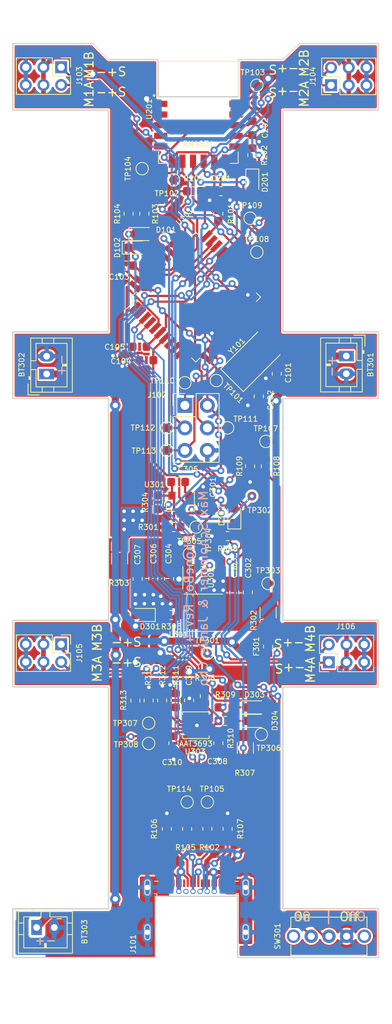
<source format=kicad_pcb>
(kicad_pcb (version 20210228) (generator pcbnew)
  (layers (0 "F.Cu" signal) (31 "B.Cu" signal) (34 "B.Paste" user) (35 "F.Paste" user) (36 "B.SilkS" user "B.Silkscreen") (37 "F.SilkS" user "F.Silkscreen") (38 "B.Mask" user) (39 "F.Mask" user) (44 "Edge.Cuts" user))
  (net 0 "")
  (net 1 "Net-(BT301-Pad1)")
  (net 2 "GND")
  (net 3 "Net-(C103-Pad1)")
  (net 4 "/~BLE_RST")
  (net 5 "+3V3")
  (net 6 "Net-(C308-Pad1)")
  (net 7 "/~RST")
  (net 8 "/MOSI")
  (net 9 "/SCK")
  (net 10 "+5V")
  (net 11 "/MISO")
  (net 12 "/M1a")
  (net 13 "/M2a")
  (net 14 "/M3a")
  (net 15 "/M4a")
  (net 16 "/VBUS")
  (net 17 "/M1b")
  (net 18 "/M2b")
  (net 19 "/M3b")
  (net 20 "/M4b")
  (net 21 "Net-(R101-Pad2)")
  (net 22 "/RD+")
  (net 23 "/RD-")
  (net 24 "/BLE_MODE")
  (net 25 "/ATMEGA_CTS")
  (net 26 "/ATMEGA_TX")
  (net 27 "/ATMEGA_RX")
  (net 28 "/ATMEGA_RTS")
  (net 29 "Net-(R202-Pad2)")
  (net 30 "Net-(D201-Pad1)")
  (net 31 "Net-(D301-Pad1)")
  (net 32 "Net-(D302-Pad1)")
  (net 33 "Net-(L301-Pad2)")
  (net 34 "/CHG_FULL")
  (net 35 "/CHGING")
  (net 36 "/VBAT_SENSE")
  (net 37 "Net-(SW301-Pad2)")
  (net 38 "Net-(C101-Pad2)")
  (net 39 "Net-(C102-Pad1)")
  (net 40 "Net-(C302-Pad1)")
  (net 41 "/PowerSheet/5V_DEBUG")
  (net 42 "Net-(C309-Pad1)")
  (net 43 "/PowerSheet/3V3_DEBUG")
  (net 44 "Net-(D303-Pad1)")
  (net 45 "Net-(D304-Pad1)")
  (net 46 "Net-(J101-PadA7)")
  (net 47 "Net-(J101-PadA6)")
  (net 48 "Net-(J101-PadA5)")
  (net 49 "Net-(J101-PadB5)")
  (net 50 "/VSENS")
  (net 51 "Net-(R311-Pad1)")
  (net 52 "Net-(R312-Pad1)")
  (net 53 "Net-(R313-Pad2)")
  (net 54 "Net-(C301-Pad1)")
  (net 55 "Net-(R306-Pad2)")
  (net 56 "Net-(D101-Pad2)")
  (net 57 "Net-(D102-Pad2)")
  (footprint "Connectors_JST:JST_PH_B2B-PH-K_02x2.00mm_Straight" (layer "F.Cu") (at 16.962 -0.988 -90)
    (fp_text reference "BT301")
    (fp_text value "Battery_Cell")
  )
  (footprint "Connectors_JST:JST_PH_B2B-PH-K_02x2.00mm_Straight" (layer "F.Cu") (at -18.016 63.412)
    (fp_text reference "BT303")
    (fp_text value "Battery_Cell")
  )
  (footprint "RN4871-V_RM118:XCVR_RN4871-V%2fRM118" (layer "F.Cu") (at 0.254 -28.448)
    (fp_text reference "U201")
    (fp_text value "RN4871")
  )
  (footprint "Connectors_JST:JST_PH_B2B-PH-K_02x2.00mm_Straight" (layer "F.Cu") (at -16.881 1.042 90)
    (fp_text reference "BT302")
    (fp_text value "Battery_Cell")
  )
  (footprint "CustomFootprints:SW_SPDT_1825232" (layer "F.Cu") (at 15 64.4 180)
    (fp_text reference "SW301")
    (fp_text value "SW_SPDT")
  )
  (footprint "CustomFootprints:HRS_CX70M-24P1" (layer "F.Cu") (at 0.05 63.95)
    (fp_text reference "J101")
    (fp_text value "CX70M-24P1" hide)
    (fp_line (start -5.85 0.55) (end -5.85 -0.55) (layer "Edge.Cuts") (width 0.15))
    (fp_line (start 5.25 0.55) (end 5.25 -0.55) (layer "Edge.Cuts") (width 0.15))
    (fp_line (start 5.85 -0.55) (end 5.85 0.55) (layer "Edge.Cuts") (width 0.15))
    (fp_line (start 5.85 -5.6) (end 5.85 -4.5) (layer "Edge.Cuts") (width 0.15))
    (fp_line (start -5.25 -5.6) (end -5.25 -4.5) (layer "Edge.Cuts") (width 0.15))
    (fp_line (start 5.25 -4.5) (end 5.25 -5.6) (layer "Edge.Cuts") (width 0.15))
    (fp_line (start -5.85 -4.5) (end -5.85 -5.6) (layer "Edge.Cuts") (width 0.15))
    (fp_line (start -5.25 -0.55) (end -5.25 0.55) (layer "Edge.Cuts") (width 0.15))
    (fp_arc (start 5.55 0.55) (end 5.25 0.55) (angle -180) (layer "Edge.Cuts") (width 0.15))
    (fp_arc (start 5.55 -0.55) (end 5.85 -0.55) (angle -180) (layer "Edge.Cuts") (width 0.15))
    (fp_arc (start 5.55 -4.5) (end 5.25 -4.5) (angle -180) (layer "Edge.Cuts") (width 0.15))
    (fp_arc (start -5.55 0.55) (end -5.85 0.55) (angle -180) (layer "Edge.Cuts") (width 0.15))
    (fp_arc (start -5.55 -5.6) (end -5.25 -5.6) (angle -180) (layer "Edge.Cuts") (width 0.15))
    (fp_arc (start -5.55 -4.5) (end -5.85 -4.5) (angle -180) (layer "Edge.Cuts") (width 0.15))
    (fp_arc (start 5.55 -5.6) (end 5.85 -5.6) (angle -180) (layer "Edge.Cuts") (width 0.15))
    (fp_arc (start -5.55 -0.55) (end -5.25 -0.55) (angle -180) (layer "Edge.Cuts") (width 0.15))
  )
  (footprint "Capacitor_SMD:C_0603_1608Metric" (layer "F.Cu") (at 9.110509 1.016 90)
    (fp_text reference "C101")
    (fp_text value "9pF")
  )
  (footprint "Capacitor_SMD:C_0603_1608Metric" (layer "F.Cu") (at 7.078509 3.556 -90)
    (fp_text reference "C102")
    (fp_text value "9pF")
  )
  (footprint "Capacitor_SMD:C_0603_1608Metric" (layer "F.Cu") (at -7.907491 -11.176 180)
    (fp_text reference "C103")
    (fp_text value "100nF")
  )
  (footprint "Capacitor_SMD:C_0603_1608Metric" (layer "F.Cu") (at -5.621491 -0.508)
    (fp_text reference "C104")
    (fp_text value "10uF")
  )
  (footprint "Capacitor_SMD:C_0603_1608Metric" (layer "F.Cu") (at -6.383491 -2.032)
    (fp_text reference "C105")
    (fp_text value "1uF")
  )
  (footprint "Capacitor_SMD:C_0603_1608Metric" (layer "F.Cu") (at 2.794 -19.558)
    (fp_text reference "C201")
    (fp_text value "1uF")
  )
  (footprint "Capacitor_SMD:C_0603_1608Metric" (layer "F.Cu") (at 6.35 -26.67 -90)
    (fp_text reference "C202")
    (fp_text value "10uF")
  )
  (footprint "Capacitor_SMD:C_0603_1608Metric" (layer "F.Cu") (at 0.762 15.748 90)
    (fp_text reference "C301")
    (fp_text value "1uF")
  )
  (footprint "Capacitor_SMD:C_0603_1608Metric" (layer "F.Cu") (at 5.842 25.654 90)
    (fp_text reference "C302")
    (fp_text value "10uF")
  )
  (footprint "Capacitor_SMD:C_0603_1608Metric" (layer "F.Cu") (at 4.318 25.654 90)
    (fp_text reference "C303")
    (fp_text value "1uF")
  )
  (footprint "Capacitor_SMD:C_0603_1608Metric" (layer "F.Cu") (at -3.048 24.13 -90)
    (fp_text reference "C304")
    (fp_text value "22uF")
  )
  (footprint "Capacitor_SMD:C_0603_1608Metric" (layer "F.Cu") (at -2.032 13.208)
    (fp_text reference "C305")
    (fp_text value "1uF")
  )
  (footprint "Capacitor_SMD:C_0603_1608Metric" (layer "F.Cu") (at -4.826 24.13 -90)
    (fp_text reference "C306")
    (fp_text value "22uF")
  )
  (footprint "Capacitor_SMD:C_0603_1608Metric" (layer "F.Cu") (at -6.604 24.13 -90)
    (fp_text reference "C307")
    (fp_text value "22uF")
  )
  (footprint "Capacitor_SMD:C_0603_1608Metric" (layer "F.Cu") (at 2.5145 42.6465 -90)
    (fp_text reference "C308")
    (fp_text value "10uF")
  )
  (footprint "Capacitor_SMD:C_0603_1608Metric" (layer "F.Cu") (at -0.7875 37.8205 90)
    (fp_text reference "C309")
    (fp_text value "100nF")
  )
  (footprint "Capacitor_SMD:C_0603_1608Metric" (layer "F.Cu") (at -2.5655 42.6465 90)
    (fp_text reference "C310")
    (fp_text value "10uF")
  )
  (footprint "LED_SMD:LED_0603_1608Metric" (layer "F.Cu") (at 6.35 -20.574 -90)
    (fp_text reference "D201")
    (fp_text value "LED_R")
  )
  (footprint "LED_SMD:LED_0603_1608Metric" (layer "F.Cu") (at -6.096 28.194 180)
    (fp_text reference "D301")
    (fp_text value "LED_R")
  )
  (footprint "LED_SMD:LED_0603_1608Metric" (layer "F.Cu") (at 6.5785 40.132)
    (fp_text reference "D304")
    (fp_text value "LED_R")
  )
  (footprint "Connector_PinHeader_2.54mm:PinHeader_2x03_P2.54mm_Vertical" (layer "F.Cu") (at -1.27 4.572)
    (fp_text reference "J102")
    (fp_text value "AVR-ISP-6")
  )
  (footprint "Inductor_SMD:L_Taiyo-Yuden_MD-4040" (layer "F.Cu") (at 1.016 27.94 180)
    (fp_text reference "L301")
    (fp_text value "1uH")
  )
  (footprint "Resistor_SMD:R_0603_1608Metric" (layer "F.Cu") (at 2.506509 -17.018 -90)
    (fp_text reference "R101")
    (fp_text value "10K")
  )
  (footprint "Resistor_SMD:R_0603_1608Metric" (layer "F.Cu") (at 1.27 52.2985 -90)
    (fp_text reference "R102")
    (fp_text value "22R")
  )
  (footprint "Resistor_SMD:R_0603_1608Metric" (layer "F.Cu") (at -1.016 52.2985 90)
    (fp_text reference "R105")
    (fp_text value "22R")
  )
  (footprint "Resistor_SMD:R_0603_1608Metric" (layer "F.Cu") (at -3.302 52.2985 90)
    (fp_text reference "R106")
    (fp_text value "5.1K")
  )
  (footprint "Resistor_SMD:R_0603_1608Metric" (layer "F.Cu") (at 3.556 52.2985 90)
    (fp_text reference "R107")
    (fp_text value "5.1K")
  )
  (footprint "Resistor_SMD:R_0603_1608Metric" (layer "F.Cu") (at 7.874 11.43 90)
    (fp_text reference "R108")
    (fp_text value "1k")
  )
  (footprint "Resistor_SMD:R_0603_1608Metric" (layer "F.Cu") (at 6.096 11.43 -90)
    (fp_text reference "R109")
    (fp_text value "3.6k")
  )
  (footprint "Resistor_SMD:R_0603_1608Metric" (layer "F.Cu") (at -0.254 -19.558)
    (fp_text reference "R201")
    (fp_text value "4.7K")
  )
  (footprint "Resistor_SMD:R_0603_1608Metric" (layer "F.Cu") (at 6.35 -23.622 90)
    (fp_text reference "R202")
    (fp_text value "330R")
  )
  (footprint "Resistor_SMD:R_0603_1608Metric" (layer "F.Cu") (at -2.54 18.288)
    (fp_text reference "R301")
    (fp_text value "0R")
  )
  (footprint "Resistor_SMD:R_1206_3216Metric" (layer "F.Cu") (at 8.128 27.94 90)
    (fp_text reference "R302")
    (fp_text value "0R")
  )
  (footprint "Resistor_SMD:R_1206_3216Metric" (layer "F.Cu") (at -8.636 21.844 -90)
    (fp_text reference "R303")
    (fp_text value "0R")
  )
  (footprint "Resistor_SMD:R_0603_1608Metric" (layer "F.Cu") (at -4.318 15.494 90)
    (fp_text reference "R304")
    (fp_text value "0R")
  )
  (footprint "Resistor_SMD:R_0603_1608Metric" (layer "F.Cu") (at -2.794 28.194)
    (fp_text reference "R305")
    (fp_text value "560R")
  )
  (footprint "Resistor_SMD:R_0603_1608Metric" (layer "F.Cu") (at 0.9905 37.338 -90)
    (fp_text reference "R306")
    (fp_text value "0R")
  )
  (footprint "Resistor_SMD:R_1206_3216Metric" (layer "F.Cu") (at 5.5625 43.18 90)
    (fp_text reference "R307")
    (fp_text value "0R")
  )
  (footprint "Resistor_SMD:R_0603_1608Metric" (layer "F.Cu") (at 3.302 38.608)
    (fp_text reference "R309")
    (fp_text value "1.5k")
  )
  (footprint "Resistor_SMD:R_0603_1608Metric" (layer "F.Cu") (at 3.302 40.132)
    (fp_text reference "R310")
    (fp_text value "1.5k")
  )
  (footprint "Resistor_SMD:R_0603_1608Metric" (layer "F.Cu") (at -2.3115 37.8205 90)
    (fp_text reference "R311")
    (fp_text value "1.47k")
  )
  (footprint "Resistor_SMD:R_0603_1608Metric" (layer "F.Cu") (at -3.8355 37.8205 90)
    (fp_text reference "R312")
    (fp_text value "13.3k")
  )
  (footprint "Resistor_SMD:R_0603_1608Metric" (layer "F.Cu") (at -6.858 37.846 -90)
    (fp_text reference "R313")
    (fp_text value "10k")
  )
  (footprint "Resistor_SMD:R_0603_1608Metric" (layer "F.Cu") (at -5.3595 37.8205 90)
    (fp_text reference "R314")
    (fp_text value "10k")
  )
  (footprint "TestPoint:TestPoint_Pad_D1.0mm" (layer "F.Cu") (at 2.286 1.778)
    (fp_text reference "TP101")
    (fp_text value "TestPoint")
  )
  (footprint "TestPoint:TestPoint_Pad_D1.0mm" (layer "F.Cu") (at -2.54 -20.828)
    (fp_text reference "TP102")
    (fp_text value "TestPoint")
  )
  (footprint "TestPoint:TestPoint_Pad_D1.0mm" (layer "F.Cu") (at 6.858 -31.496)
    (fp_text reference "TP103")
    (fp_text value "TestPoint")
  )
  (footprint "TestPoint:TestPoint_Pad_D1.0mm" (layer "F.Cu") (at -6.096 -22.098)
    (fp_text reference "TP104")
    (fp_text value "TestPoint")
  )
  (footprint "TestPoint:TestPoint_Pad_D1.0mm" (layer "F.Cu") (at 1.27 49.276)
    (fp_text reference "TP105")
    (fp_text value "TestPoint")
  )
  (footprint "TestPoint:TestPoint_Pad_D1.0mm" (layer "F.Cu") (at 7.874 8.636)
    (fp_text reference "TP107")
    (fp_text value "TestPoint")
  )
  (footprint "TestPoint:TestPoint_Pad_D1.0mm" (layer "F.Cu") (at 6.858 -12.7)
    (fp_text reference "TP108")
    (fp_text value "TestPoint")
  )
  (footprint "TestPoint:TestPoint_Pad_D1.0mm" (layer "F.Cu") (at 6.096 -16.51)
    (fp_text reference "TP109")
    (fp_text value "TestPoint")
  )
  (footprint "TestPoint:TestPoint_Pad_D1.0mm" (layer "F.Cu") (at -1.27 2.032 180)
    (fp_text reference "TP110")
    (fp_text value "TestPoint")
  )
  (footprint "TestPoint:TestPoint_Pad_D1.0mm" (layer "F.Cu") (at 3.556 7.112 180)
    (fp_text reference "TP111")
    (fp_text value "TestPoint")
  )
  (footprint "TestPoint:TestPoint_Pad_D1.0mm" (layer "F.Cu") (at -3.302 7.112 180)
    (fp_text reference "TP112")
    (fp_text value "TestPoint")
  )
  (footprint "TestPoint:TestPoint_Pad_D1.0mm" (layer "F.Cu") (at -3.302 9.652 180)
    (fp_text reference "TP113")
    (fp_text value "TestPoint")
  )
  (footprint "TestPoint:TestPoint_Pad_D1.0mm" (layer "F.Cu") (at 1.27 32.512)
    (fp_text reference "TP301")
    (fp_text value "TestPoint")
  )
  (footprint "TestPoint:TestPoint_Pad_D1.0mm" (layer "F.Cu") (at 8.128 24.638)
    (fp_text reference "TP303")
    (fp_text value "TestPoint")
  )
  (footprint "TestPoint:TestPoint_Pad_D1.0mm" (layer "F.Cu") (at 7.366 41.656)
    (fp_text reference "TP306")
    (fp_text value "TestPoint")
  )
  (footprint "TestPoint:TestPoint_Pad_D1.0mm" (layer "F.Cu") (at -5.3595 40.386 180)
    (fp_text reference "TP307")
    (fp_text value "TestPoint")
  )
  (footprint "TestPoint:TestPoint_Pad_D1.0mm" (layer "F.Cu") (at -5.3595 42.672 180)
    (fp_text reference "TP308")
    (fp_text value "TestPoint")
  )
  (footprint "Package_QFP:TQFP-44_10x10mm_P0.8mm" (layer "F.Cu") (at -0.033491 -7.62 45)
    (fp_text reference "U101")
    (fp_text value "ATmega32U4-AU")
  )
  (footprint "CustomFootprints:TPS61235PRWLT" (layer "F.Cu") (at -1.016 24.892 90)
    (fp_text reference "U302")
    (fp_text value "TPS61235P" hide)
  )
  (footprint "CustomFootprints:AAT3693" (layer "F.Cu") (at -0.0255 40.6145 180)
    (fp_text reference "U303")
    (fp_text value "AAT3693")
  )
  (footprint "Crystal:Crystal_SMD_Abracon_ABM3-2Pin_5.0x3.2mm" (layer "F.Cu") (at 6.316509 -0.508 45)
    (fp_text reference "Y101")
    (fp_text value "ABM3-8.000MHZ-D2Y-T")
  )
  (footprint "Connector_PinHeader_2.00mm:PinHeader_2x03_P2.00mm_Vertical" (layer "F.Cu") (at -15.24 -33.528 -90)
    (fp_text reference "J103")
    (fp_text value "Conn_02x03_Odd_Even")
  )
  (footprint "Connector_PinHeader_2.00mm:PinHeader_2x03_P2.00mm_Vertical" (layer "F.Cu") (at 15.24 -31.496 90)
    (fp_text reference "J104")
    (fp_text value "Conn_02x03_Odd_Even")
  )
  (footprint "Connector_PinHeader_2.00mm:PinHeader_2x03_P2.00mm_Vertical" (layer "F.Cu") (at -15.24 31.496 -90)
    (fp_text reference "J105")
    (fp_text value "Conn_02x03_Odd_Even")
  )
  (footprint "Connector_PinHeader_2.00mm:PinHeader_2x03_P2.00mm_Vertical" (layer "F.Cu") (at 14.986 33.528 90)
    (fp_text reference "J106")
    (fp_text value "Conn_02x03_Odd_Even")
  )
  (footprint "TestPoint:TestPoint_Pad_D1.0mm" (layer "F.Cu") (at -1.016 49.276)
    (fp_text reference "TP114")
    (fp_text value "TestPoint")
  )
  (footprint "LED_SMD:LED_0603_1608Metric" (layer "F.Cu") (at 6.604 38.608)
    (fp_text reference "D303")
    (fp_text value "LED_G")
  )
  (footprint "CustomFootprints:Fuse_0603_1608Metric" (layer "F.Cu") (at 8.128 31.75 -90)
    (fp_text reference "F301")
    (fp_text value "Fuse")
  )
  (footprint "Diode_SMD:D_0603_1608Metric" (layer "F.Cu") (at -6.096 -14.732)
    (fp_text reference "D101")
    (fp_text value "D")
  )
  (footprint "Diode_SMD:D_0603_1608Metric" (layer "F.Cu") (at -6.858 -13.208)
    (fp_text reference "D102")
    (fp_text value "D")
  )
  (footprint "Resistor_SMD:R_0603_1608Metric" (layer "F.Cu") (at -5.842 -17.018 -90)
    (fp_text reference "R103")
    (fp_text value "10K")
  )
  (footprint "Resistor_SMD:R_0603_1608Metric" (layer "F.Cu") (at -7.62 -17.018 -90)
    (fp_text reference "R104")
    (fp_text value "10K")
  )
  (footprint "Package_TO_SOT_SMD:SOT-23" (layer "F.Cu") (at -1.778 15.748 -90)
    (fp_text reference "U301")
    (fp_text value "AP2138N-3.3TRG1")
  )
  (footprint "Resistor_SMD:R_0603_1608Metric" (layer "F.Cu") (at 3.556 19.304 180)
    (fp_text reference "R308")
    (fp_text value "220R")
  )
  (footprint "LED_SMD:LED_0603_1608Metric" (layer "F.Cu") (at 4.318 17.018 90)
    (fp_text reference "D302")
    (fp_text value "LED_G")
  )
  (footprint "TestPoint:TestPoint_Pad_D1.0mm" (layer "F.Cu") (at -0.762 21.336)
    (fp_text reference "TP305")
    (fp_text value "TestPoint")
  )
  (footprint "TestPoint:TestPoint_Pad_D1.0mm" (layer "F.Cu") (at 0 18.288)
    (fp_text reference "TP304")
    (fp_text value "TestPoint")
  )
  (footprint "TestPoint:TestPoint_Pad_D1.0mm" (layer "F.Cu") (at 6.3 14.8)
    (fp_text reference "TP302")
    (fp_text value "TestPoint")
  )
  (gr_line (start 20.6 -3.7) (end 9.8 -3.7) (angle 90) (layer "Edge.Cuts") (width 0.15))
  (gr_line (start -9.9 -34.4) (end -11.7 -36.2) (angle 90) (layer "Edge.Cuts") (width 0.15))
  (gr_line (start 11.7 -36.2) (end 9.8 -34.4) (angle 90) (layer "Edge.Cuts") (width 0.15))
  (gr_line (start 20.6 61.3) (end 9.8 61.3) (angle 90) (layer "Edge.Cuts") (width 0.15))
  (gr_line (start -20.7 66.8) (end -4.6 66.8) (angle 90) (layer "Edge.Cuts") (width 0.15))
  (gr_line (start 9.8 -28.7) (end 20.6 -28.7) (angle 90) (layer "Edge.Cuts") (width 0.15))
  (gr_line (start 9.8 61.3) (end 9.8 36.3) (angle 90) (layer "Edge.Cuts") (width 0.15))
  (gr_line (start 4.8 -34.4) (end 4.8 -30.2) (angle 90) (layer "Edge.Cuts") (width 0.15))
  (gr_line (start 9.8 36.3) (end 20.6 36.3) (angle 90) (layer "Edge.Cuts") (width 0.15))
  (gr_line (start -20.7 36.3) (end -9.9 36.3) (angle 90) (layer "Edge.Cuts") (width 0.15))
  (gr_line (start -20.7 61.3) (end -20.7 66.8) (angle 90) (layer "Edge.Cuts") (width 0.15))
  (gr_line (start -11.7 -36.2) (end -20.7 -36.2) (angle 90) (layer "Edge.Cuts") (width 0.15))
  (gr_line (start 9.8 -34.4) (end 4.8 -34.4) (angle 90) (layer "Edge.Cuts") (width 0.15))
  (gr_line (start -20.7 -36.2) (end -20.7 -28.7) (angle 90) (layer "Edge.Cuts") (width 0.15))
  (gr_line (start 4.8 -30.2) (end -4.3 -30.2) (angle 90) (layer "Edge.Cuts") (width 0.15))
  (gr_line (start 4.7 66.8) (end 20.6 66.8) (angle 90) (layer "Edge.Cuts") (width 0.15))
  (gr_line (start 20.6 66.8) (end 20.6 61.3) (angle 90) (layer "Edge.Cuts") (width 0.15))
  (gr_line (start -9.9 61.3) (end -20.7 61.3) (angle 90) (layer "Edge.Cuts") (width 0.15))
  (gr_line (start -20.7 -3.7) (end -20.7 3.8) (angle 90) (layer "Edge.Cuts") (width 0.15))
  (gr_line (start 20.6 -36.2) (end 11.7 -36.2) (angle 90) (layer "Edge.Cuts") (width 0.15))
  (gr_line (start 20.6 -28.7) (end 20.6 -36.2) (angle 90) (layer "Edge.Cuts") (width 0.15))
  (gr_line (start 4.7 59.9) (end 4.7 66.8) (angle 90) (layer "Edge.Cuts") (width 0.15))
  (gr_line (start -20.7 3.8) (end -9.9 3.8) (angle 90) (layer "Edge.Cuts") (width 0.15))
  (gr_line (start -4.6 66.8) (end -4.6 59.9) (angle 90) (layer "Edge.Cuts") (width 0.15))
  (gr_line (start 9.8 -3.7) (end 9.8 -28.7) (angle 90) (layer "Edge.Cuts") (width 0.15))
  (gr_line (start -9.9 -28.7) (end -9.9 -3.7) (angle 90) (layer "Edge.Cuts") (width 0.15))
  (gr_line (start -20.7 -28.7) (end -9.9 -28.7) (angle 90) (layer "Edge.Cuts") (width 0.15))
  (gr_line (start -4.3 -30.2) (end -4.3 -34.4) (angle 90) (layer "Edge.Cuts") (width 0.15))
  (gr_line (start 9.8 3.8) (end 20.6 3.8) (angle 90) (layer "Edge.Cuts") (width 0.15))
  (gr_line (start -9.9 28.8) (end -20.7 28.8) (angle 90) (layer "Edge.Cuts") (width 0.15))
  (gr_line (start 20.6 28.8) (end 9.8 28.8) (angle 90) (layer "Edge.Cuts") (width 0.15))
  (gr_line (start -9.9 36.3) (end -9.9 61.3) (angle 90) (layer "Edge.Cuts") (width 0.15))
  (gr_line (start -9.9 3.8) (end -9.9 28.8) (angle 90) (layer "Edge.Cuts") (width 0.15))
  (gr_line (start 20.6 36.3) (end 20.6 28.8) (angle 90) (layer "Edge.Cuts") (width 0.15))
  (gr_line (start 20.6 3.8) (end 20.6 -3.7) (angle 90) (layer "Edge.Cuts") (width 0.15))
  (gr_line (start 9.8 28.8) (end 9.8 3.8) (angle 90) (layer "Edge.Cuts") (width 0.15))
  (gr_line (start -4.6 59.9) (end 4.7 59.9) (angle 90) (layer "Edge.Cuts") (width 0.15))
  (gr_line (start -4.3 -34.4) (end -9.9 -34.4) (angle 90) (layer "Edge.Cuts") (width 0.15))
  (gr_line (start -20.7 28.8) (end -20.7 36.3) (angle 90) (layer "Edge.Cuts") (width 0.15))
  (gr_line (start -9.9 -3.7) (end -20.7 -3.7) (angle 90) (layer "Edge.Cuts") (width 0.15))
  (gr_text "+-" (at -15.081 0.042 270) (layer "B.SilkS") (effects (font (size 1 1)) (justify mirror)))
  (gr_text "+-" (at 15.3 0.155 90) (layer "B.SilkS") (effects (font (size 1 1)) (justify mirror)))
  (gr_text "PhoneBot Rev 4\nMax Schommer & Jamie Cho" (at 0 25.2 90) (layer "B.SilkS") (effects (font (size 1 1)) (justify mirror)))
  (gr_text "Off  |  On" (at 15.1 62.2) (layer "B.SilkS") (effects (font (size 1 1)) (justify mirror)))
  (gr_text "+-" (at -17 65 180) (layer "B.SilkS") (effects (font (size 1 1)) (justify mirror)))
  (gr_text "-+S" (at -9.6 -33.02) (layer "F.SilkS") (effects (font (size 1 1))))
  (gr_text "-+S" (at -9.6 -30.734) (layer "F.SilkS") (effects (font (size 1 1))))
  (gr_text "-+S" (at 9.9 -30.734 180) (layer "F.SilkS") (effects (font (size 1 1))))
  (gr_text "-+S" (at 9.9 -33.3 180) (layer "F.SilkS") (effects (font (size 1 1))))
  (gr_text "M1B" (at -12.1 -33.782 90) (layer "F.SilkS") (effects (font (size 1 1))))
  (gr_text "M2B" (at 12.2 -34 90) (layer "F.SilkS") (effects (font (size 1 1))))
  (gr_text "M4B" (at 12.9 30.856 90) (layer "F.SilkS") (effects (font (size 1 1))))
  (gr_text "M3B" (at -11.176 30.734 90) (layer "F.SilkS") (effects (font (size 1 1))))
  (gr_text "M3A" (at -11.176 34.29 90) (layer "F.SilkS") (effects (font (size 1 1))))
  (gr_text "M4A" (at 12.9 34.4 90) (layer "F.SilkS") (effects (font (size 1 1))))
  (gr_text "M1A" (at -12.1 -30.48 90) (layer "F.SilkS") (effects (font (size 1 1))))
  (gr_text "M2A" (at 12.2 -30.5 90) (layer "F.SilkS") (effects (font (size 1 1))))
  (gr_text "-+S" (at 10.5 31.4 180) (layer "F.SilkS") (effects (font (size 1 1))))
  (gr_text "-+S" (at -7.874 33.528) (layer "F.SilkS") (effects (font (size 1 1))))
  (gr_text "-+S" (at 10.6 34.2 180) (layer "F.SilkS") (effects (font (size 1 1))))
  (gr_text "-+S" (at -7.874 31.242) (layer "F.SilkS") (effects (font (size 1 1))))
  (gr_text "On  | Off" (at 14.7 62.2) (layer "F.SilkS") (effects (font (size 1 1))))
  (segment (start -9.072119 28.754871) (end -9.12499 28.702) (width 0.8) (layer "F.Cu") (net 1))
  (segment (start 16.962 -0.988) (end 13.688 -0.988) (width 0.8) (layer "F.Cu") (net 1))
  (segment (start -1.1255 41.4145) (end -2.121 41.4145) (width 0.25) (layer "F.Cu") (net 1))
  (segment (start -4.5465 41.859) (end -5.3595 42.672) (width 0.25) (layer "F.Cu") (net 1))
  (segment (start 3.973678 31.150646) (end -3.589568 31.150646) (width 0.8) (layer "F.Cu") (net 1))
  (segment (start -4.5465 41.859) (end -7.315 41.859) (width 0.25) (layer "F.Cu") (net 1))
  (segment (start -2.121 41.4145) (end -2.5655 41.859) (width 0.25) (layer "F.Cu") (net 1))
  (segment (start -16.58 61.976) (end -9.652 61.976) (width 0.8) (layer "F.Cu") (net 1))
  (segment (start -9.124964 3.321036) (end -9.124964 4.572) (width 0.8) (layer "F.Cu") (net 1))
  (segment (start 5.360532 32.5375) (end 4.065032 31.242) (width 0.8) (layer "F.Cu") (net 1))
  (segment (start 8.128 32.5375) (end 5.360532 32.5375) (width 0.8) (layer "F.Cu") (net 1))
  (segment (start -11.404 1.042) (end -9.124964 3.321036) (width 0.8) (layer "F.Cu") (net 1))
  (segment (start -16.881 1.042) (end -11.404 1.042) (width 0.8) (layer "F.Cu") (net 1))
  (segment (start 4.065032 31.242) (end 3.973678 31.150646) (width 0.8) (layer "F.Cu") (net 1))
  (segment (start -2.5655 41.859) (end -4.5465 41.859) (width 0.25) (layer "F.Cu") (net 1))
  (segment (start -7.315 41.859) (end -7.366 41.91) (width 0.25) (layer "F.Cu") (net 1))
  (segment (start 9.024958 3.675042) (end 9.024958 4.064) (width 0.8) (layer "F.Cu") (net 1))
  (segment (start -9.652 61.976) (end -9.12493 61.44893) (width 0.8) (layer "F.Cu") (net 1))
  (segment (start -9.12493 61.44893) (end -9.12493 60.198) (width 0.8) (layer "F.Cu") (net 1))
  (segment (start -9.072119 32.70015) (end -9.072119 28.754871) (width 0.8) (layer "F.Cu") (net 1))
  (segment (start 13.688 -0.988) (end 9.024958 3.675042) (width 0.8) (layer "F.Cu") (net 1))
  (segment (start -18.016 63.412) (end -16.58 61.976) (width 0.8) (layer "F.Cu") (net 1))
  (via (at -9.12499 28.702) (size 1.2) (drill 0.6) (layers "F.Cu" "B.Cu") (net 1))
  (via (at -9.12493 60.198) (size 1.2) (drill 0.6) (layers "F.Cu" "B.Cu") (net 1))
  (via (at 4.065032 31.242) (size 1.2) (drill 0.6) (layers "F.Cu" "B.Cu") (net 1))
  (via (at -7.366 41.91) (size 0.8) (drill 0.4) (layers "F.Cu" "B.Cu") (net 1))
  (via (at -9.072119 32.70015) (size 1.2) (drill 0.6) (layers "F.Cu" "B.Cu") (net 1))
  (via (at -3.589568 31.150646) (size 1.2) (drill 0.6) (layers "F.Cu" "B.Cu") (net 1))
  (via (at 9.024958 4.064) (size 1.2) (drill 0.6) (layers "F.Cu" "B.Cu") (net 1))
  (via (at -9.124964 4.572) (size 1.2) (drill 0.6) (layers "F.Cu" "B.Cu") (net 1))
  (segment (start 9.024958 26.282074) (end 4.065032 31.242) (width 0.8) (layer "B.Cu") (net 1))
  (segment (start -9.10586 41.91) (end -9.12493 41.89093) (width 0.25) (layer "B.Cu") (net 1))
  (segment (start -9.12499 29.550528) (end -7.524872 31.150646) (width 0.8) (layer "B.Cu") (net 1))
  (segment (start -9.12499 28.702) (end -9.12499 29.550528) (width 0.8) (layer "B.Cu") (net 1))
  (segment (start -9.124964 28.701974) (end -9.12499 28.702) (width 0.8) (layer "B.Cu") (net 1))
  (segment (start -7.366 41.91) (end -9.10586 41.91) (width 0.25) (layer "B.Cu") (net 1))
  (segment (start -7.524872 31.150646) (end -3.589568 31.150646) (width 0.8) (layer "B.Cu") (net 1))
  (segment (start 9.024958 4.064) (end 9.024958 26.282074) (width 0.8) (layer "B.Cu") (net 1))
  (segment (start -9.12493 60.198) (end -9.12493 41.89093) (width 0.8) (layer "B.Cu") (net 1))
  (segment (start -9.12493 32.752961) (end -9.072119 32.70015) (width 0.8) (layer "B.Cu") (net 1))
  (segment (start -9.12493 41.89093) (end -9.12493 32.752961) (width 0.8) (layer "B.Cu") (net 1))
  (segment (start -9.124964 4.572) (end -9.124964 28.701974) (width 0.8) (layer "B.Cu") (net 1))
  (segment (start -8.503882 -11.176) (end -8.694991 -11.176) (width 0.25) (layer "F.Cu") (net 2))
  (segment (start -1.2445 13.208) (end -1.2445 14.3315) (width 0.25) (layer "F.Cu") (net 2))
  (segment (start 3.5815 -19.558) (end 3.5815 -18.801402) (width 0.25) (layer "F.Cu") (net 2))
  (segment (start 0.229 22.842) (end 0.229 22.123) (width 0.25) (layer "F.Cu") (net 2))
  (segment (start 2.865647 -2.468353) (end 1.778 -3.556) (width 0.25) (layer "F.Cu") (net 2))
  (segment (start -5.3595 36.369523) (end -5.334 36.344023) (width 0.25) (layer "F.Cu") (net 2))
  (segment (start -4.245577 -5.149942) (end -4.245577 -4.539285) (width 0.25) (layer "F.Cu") (net 2))
  (segment (start 7.0865 -25.146) (end 6.35 -25.8825) (width 0.25) (layer "F.Cu") (net 2))
  (segment (start 3.198 57.658) (end 3.965 58.425) (width 0.25) (layer "F.Cu") (net 2))
  (segment (start -0.7875 37.5665) (end -0.762 37.592) (width 0.25) (layer "F.Cu") (net 2))
  (segment (start 7.112 -25.146) (end 7.0865 -25.146) (width 0.25) (layer "F.Cu") (net 2))
  (segment (start -7.842221 -2.70323) (end -7.842221 -8.746586) (width 0.25) (layer "F.Cu") (net 2))
  (segment (start -2.5655 44.4245) (end -2.54 44.45) (width 0.25) (layer "F.Cu") (net 2))
  (segment (start -0.7875 37.033) (end -0.7875 37.5665) (width 0.25) (layer "F.Cu") (net 2))
  (segment (start 3.048 24.384) (end 3.048 21.844) (width 0.5) (layer "F.Cu") (net 2))
  (segment (start -0.0255 40.6145) (end 0.066512 40.6145) (width 0.25) (layer "F.Cu") (net 2))
  (segment (start -1.2445 14.3315) (end -0.828 14.748) (width 0.25) (layer "F.Cu") (net 2))
  (segment (start -3.8355 37.033) (end -3.8355 36.21051) (width 0.25) (layer "F.Cu") (net 2))
  (segment (start 2.25 57.952168) (end 2.544168 57.658) (width 0.25) (layer "F.Cu") (net 2))
  (segment (start -2.0065 28.194) (end -2.0065 25.959) (width 0.8) (layer "F.Cu") (net 2))
  (segment (start -2.698918 24.9175) (end -1.930557 24.149139) (width 0.5) (layer "F.Cu") (net 2))
  (segment (start -3.302 51.511) (end -3.302 50.546) (width 0.25) (layer "F.Cu") (net 2))
  (segment (start -4.396 -28.198) (end -5.588 -29.39) (width 0.5) (layer "F.Cu") (net 2))
  (segment (start -7.842221 -8.746586) (end -4.245577 -5.149942) (width 0.25) (layer "F.Cu") (net 2))
  (segment (start -1.801258 -13.91325) (end -1.801258 -13.993258) (width 0.25) (layer "F.Cu") (net 2))
  (segment (start 2.544168 57.658) (end 3.198 57.658) (width 0.25) (layer "F.Cu") (net 2))
  (segment (start 0.229 22.123) (end 0.508 21.844) (width 0.25) (layer "F.Cu") (net 2))
  (segment (start -0.0255 40.6145) (end -0.0255 40.452298) (width 0.25) (layer "F.Cu") (net 2))
  (segment (start 2.7685 19.304) (end 1.778 19.304) (width 0.25) (layer "F.Cu") (net 2))
  (segment (start -3.865 57.713) (end -3.865 58.425) (width 0.25) (layer "F.Cu") (net 2))
  (segment (start 9.110509 1.8035) (end 8.1535 1.8035) (width 0.25) (layer "F.Cu") (net 2))
  (segment (start -6.408991 -0.508) (end -7.675373 -0.508) (width 0.25) (layer "F.Cu") (net 2))
  (segment (start -2.0065 28.194) (end -2.98151 29.16901) (width 0.8) (layer "F.Cu") (net 2))
  (segment (start -4.826 30.734) (end -4.826 31.663573) (width 0.8) (layer "F.Cu") (net 2))
  (segment (start -2.3115 36.688521) (end -2.932021 36.068) (width 0.25) (layer "F.Cu") (net 2))
  (segment (start -0.0255 40.452298) (end 0.612298 39.8145) (width 0.25) (layer "F.Cu") (net 2))
  (segment (start 6.2655 -25.798) (end 6.35 -25.8825) (width 0.25) (layer "F.Cu") (net 2))
  (segment (start -2.98151 29.16901) (end -3.26101 29.16901) (width 0.8) (layer "F.Cu") (net 2))
  (segment (start 0.612298 39.8145) (end 1.0745 39.8145) (width 0.25) (layer "F.Cu") (net 2))
  (segment (start 3.048 21.844) (end 1.27 20.066) (width 0.5) (layer "F.Cu") (net 2))
  (segment (start -4.245577 -4.539285) (end -4.629685 -4.155177) (width 0.25) (layer "F.Cu") (net 2))
  (segment (start -0.828 14.748) (end 0.5495 14.748) (width 0.25) (layer "F.Cu") (net 2))
  (segment (start -3.302 57.15) (end -3.865 57.713) (width 0.25) (layer "F.Cu") (net 2))
  (segment (start 3.5815 -18.801402) (end 3.825451 -18.557451) (width 0.25) (layer "F.Cu") (net 2))
  (segment (start 2.25 58.425) (end 2.25 57.952168) (width 0.25) (layer "F.Cu") (net 2))
  (segment (start -8.694991 -11.176) (end -8.694991 -10.218991) (width 0.25) (layer "F.Cu") (net 2))
  (segment (start 6.825445 -8.822082) (end 6.790082 -8.822082) (width 0.25) (layer "F.Cu") (net 2))
  (segment (start -4.826 31.663573) (end -4.040679 32.448894) (width 0.8) (layer "F.Cu") (net 2))
  (segment (start -7.675373 -0.508) (end -8.343636 0.160263) (width 0.25) (layer "F.Cu") (net 2))
  (segment (start 0.5495 14.748) (end 0.762 14.9605) (width 0.25) (layer "F.Cu") (net 2))
  (segment (start 1.27 20.066) (end -1.778 20.066) (width 0.5) (layer "F.Cu") (net 2))
  (segment (start -1.801258 -13.993258) (end -2.794 -14.986) (width 0.25) (layer "F.Cu") (net 2))
  (segment (start 8.1535 1.8035) (end 7.874 1.524) (width 0.25) (layer "F.Cu") (net 2))
  (segment (start -8.694991 -10.218991) (end -8.636 -10.16) (width 0.25) (layer "F.Cu") (net 2))
  (segment (start 0.066512 40.6145) (end 0.092012 40.64) (width 0.25) (layer "F.Cu") (net 2))
  (segment (start 2.506509 -17.8055) (end 2.2605 -17.8055) (width 0.25) (layer "F.Cu") (net 2))
  (segment (start -7.170991 -2.032) (end -8.382 -2.032) (width 0.25) (layer "F.Cu") (net 2))
  (segment (start 2.5145 43.434) (end 2.5145 44.4245) (width 0.25) (layer "F.Cu") (net 2))
  (segment (start 0.762 14.9605) (end 0.762 13.792539) (width 0.25) (layer "F.Cu") (net 2))
  (segment (start 2.2605 -17.8055) (end 1.524 -18.542) (width 0.25) (layer "F.Cu") (net 2))
  (segment (start 2.032 24.384) (end 2.032 25.4) (width 0.5) (layer "F.Cu") (net 2))
  (segment (start -5.588 -29.39) (end -5.588 -29.972) (width 0.5) (layer "F.Cu") (net 2))
  (segment (start -2.15 58.425) (end -2.15 57.75) (width 0.25) (layer "F.Cu") (net 2))
  (segment (start -5.3595 37.033) (end -5.3595 36.369523) (width 0.25) (layer "F.Cu") (net 2))
  (segment (start 3.556 51.511) (end 3.556 50.546) (width 0.25) (layer "F.Cu") (net 2))
  (segment (start 2.032 25.4) (end 3.048 25.4) (width 0.5) (layer "F.Cu") (net 2))
  (segment (start 7.078509 4.3435) (end 6.0705 4.3435) (width 0.25) (layer "F.Cu") (net 2))
  (segment (start 2.5145 44.4245) (end 2.54 44.45) (width 0.25) (layer "F.Cu") (net 2))
  (segment (start 4.504 -25.798) (end 6.2655 -25.798) (width 0.25) (layer "F.Cu") (net 2))
  (segment (start -2.15 57.75) (end -2.75 57.15) (width 0.25) (layer "F.Cu") (net 2))
  (segment (start 3.048 25.4) (end 3.048 24.384) (width 0.5) (layer "F.Cu") (net 2))
  (segment (start -3.26101 29.16901) (end -4.826 30.734) (width 0.8) (layer "F.Cu") (net 2))
  (segment (start 6.790082 -8.822082) (end 5.842 -7.874) (width 0.25) (layer "F.Cu") (net 2))
  (segment (start -3.996 -28.198) (end -4.396 -28.198) (width 0.5) (layer "F.Cu") (net 2))
  (segment (start 2.865647 -2.45812) (end 2.865647 -2.468353) (width 0.25) (layer "F.Cu") (net 2))
  (segment (start -2.75 57.15) (end -3.302 57.15) (width 0.25) (layer "F.Cu") (net 2))
  (segment (start -7.170991 -2.032) (end -7.842221 -2.70323) (width 0.25) (layer "F.Cu") (net 2))
  (segment (start -8.382 -2.032) (end -9.398 -1.016) (width 0.25) (layer "F.Cu") (net 2))
  (segment (start -6.326741 -9.387767) (end -6.715649 -9.387767) (width 0.25) (layer "F.Cu") (net 2))
  (segment (start -2.5655 43.434) (end -2.5655 44.4245) (width 0.25) (layer "F.Cu") (net 2))
  (segment (start -2.3115 37.033) (end -2.3115 36.688521) (width 0.25) (layer "F.Cu") (net 2))
  (segment (start -2.0065 25.959) (end -3.048 24.9175) (width 0.8) (layer "F.Cu") (net 2))
  (segment (start -3.048 24.9175) (end -2.698918 24.9175) (width 0.5) (layer "F.Cu") (net 2))
  (segment (start -3.8355 36.21051) (end -3.81 36.18501) (width 0.25) (layer "F.Cu") (net 2))
  (segment (start 0.762 13.792539) (end 0.813026 13.741513) (width 0.25) (layer "F.Cu") (net 2))
  (segment (start 6.0705 4.3435) (end 5.842 4.572) (width 0.25) (layer "F.Cu") (net 2))
  (segment (start 3.048 24.384) (end 2.032 24.384) (width 0.5) (layer "F.Cu") (net 2))
  (segment (start -6.715649 -9.387767) (end -8.503882 -11.176) (width 0.25) (layer "F.Cu") (net 2))
  (segment (start 6.096 12.2175) (end 6.096 13.208) (width 0.25) (layer "F.Cu") (net 2))
  (via (at -6.858 26.924) (size 0.8) (drill 0.4) (layers "F.Cu" "B.Cu") (net 2))
  (via (at 6.096 -17.78) (size 0.8) (drill 0.4) (layers "F.Cu" "B.Cu") (net 2))
  (via (at -5.588 -29.972) (size 1.2) (drill 0.6) (layers "F.Cu" "B.Cu") (net 2))
  (via (at 7.112 -25.146) (size 0.8) (drill 0.4) (layers "F.Cu" "B.Cu") (net 2))
  (via (at -3.81 36.18501) (size 0.8) (drill 0.4) (layers "F.Cu" "B.Cu") (net 2))
  (via (at 2.54 44.45) (size 0.8) (drill 0.4) (layers "F.Cu" "B.Cu") (net 2))
  (via (at 1.778 -3.556) (size 0.8) (drill 0.4) (layers "F.Cu" "B.Cu") (net 2))
  (via (at 7.874 1.524) (size 0.8) (drill 0.4) (layers "F.Cu" "B.Cu") (net 2))
  (via (at 1.524 -18.542) (size 0.8) (drill 0.4) (layers "F.Cu" "B.Cu") (net 2))
  (via (at 3.048 24.384) (size 0.8) (drill 0.4) (layers "F.Cu" "B.Cu") (net 2))
  (via (at -4.040679 32.448894) (size 1.2) (drill 0.6) (layers "F.Cu" "B.Cu") (net 2))
  (via (at 3.048 25.4) (size 0.8) (drill 0.4) (layers "F.Cu" "B.Cu") (net 2))
  (via (at -4.826 26.924) (size 0.8) (drill 0.4) (layers "F.Cu" "B.Cu") (net 2))
  (via (at -6.858 33.528) (size 1.2) (drill 0.6) (layers "F.Cu" "B.Cu") (net 2))
  (via (at -3.9971 26.0951) (size 0.8) (drill 0.4) (layers "F.Cu" "B.Cu") (net 2))
  (via (at 5.842 -7.874) (size 0.8) (drill 0.4) (layers "F.Cu" "B.Cu") (net 2))
  (via (at 5.842 4.572) (size 0.8) (drill 0.4) (layers "F.Cu" "B.Cu") (net 2))
  (via (at 6.096 13.208) (size 0.8) (drill 0.4) (layers "F.Cu" "B.Cu") (net 2))
  (via (at -3.302 50.546) (size 0.8) (drill 0.4) (layers "F.Cu" "B.Cu") (net 2))
  (via (at -5.842 26.924) (size 0.8) (drill 0.4) (layers "F.Cu" "B.Cu") (net 2))
  (via (at 3.556 50.546) (size 0.8) (drill 0.4) (layers "F.Cu" "B.Cu") (net 2))
  (via (at -2.794 -14.986) (size 0.8) (drill 0.4) (layers "F.Cu" "B.Cu") (net 2))
  (via (at -1.930557 24.149139) (size 1.2) (drill 0.6) (layers "F.Cu" "B.Cu") (net 2))
  (via (at -8.636 -10.16) (size 0.8) (drill 0.4) (layers "F.Cu" "B.Cu") (net 2))
  (via (at 2.032 24.384) (size 0.8) (drill 0.4) (layers "F.Cu" "B.Cu") (net 2))
  (via (at 3.825451 -18.557451) (size 0.8) (drill 0.4) (layers "F.Cu" "B.Cu") (net 2))
  (via (at 2.032 25.4) (size 0.8) (drill 0.4) (layers "F.Cu" "B.Cu") (net 2))
  (via (at 0.092012 40.64) (size 0.8) (drill 0.4) (layers "F.Cu" "B.Cu") (net 2))
  (via (at -5.842 25.908) (size 0.8) (drill 0.4) (layers "F.Cu" "B.Cu") (net 2))
  (via (at -4.826 25.908) (size 0.8) (drill 0.4) (layers "F.Cu" "B.Cu") (net 2))
  (via (at -2.932021 36.068) (size 0.8) (drill 0.4) (layers "F.Cu" "B.Cu") (net 2))
  (via (at -3.81 26.924) (size 0.8) (drill 0.4) (layers "F.Cu" "B.Cu") (net 2))
  (via (at -5.334 36.344023) (size 0.8) (drill 0.4) (layers "F.Cu" "B.Cu") (net 2))
  (via (at -0.762 37.592) (size 0.8) (drill 0.4) (layers "F.Cu" "B.Cu") (net 2))
  (via (at -2.54 44.45) (size 0.8) (drill 0.4) (layers "F.Cu" "B.Cu") (net 2))
  (via (at -1.778 20.066) (size 1.2) (drill 0.6) (layers "F.Cu" "B.Cu") (net 2))
  (via (at 0.813026 13.741513) (size 0.8) (drill 0.4) (layers "F.Cu" "B.Cu") (net 2))
  (via (at -8.343636 0.160263) (size 0.8) (drill 0.4) (layers "F.Cu" "B.Cu") (net 2))
  (via (at -9.398 -1.016) (size 0.8) (drill 0.4) (layers "F.Cu" "B.Cu") (net 2))
  (via (at -6.858 25.908) (size 0.8) (drill 0.4) (layers "F.Cu" "B.Cu") (net 2))
  (via (at 1.778 19.304) (size 0.8) (drill 0.4) (layers "F.Cu" "B.Cu") (net 2))
  (via (at 0.508 21.844) (size 0.8) (drill 0.4) (layers "F.Cu" "B.Cu") (net 2))
  (via (at -2.879076 26.949194) (size 0.8) (drill 0.4) (layers "F.Cu" "B.Cu") (net 2))
  (segment (start 3.81 -18.542) (end 3.825451 -18.557451) (width 0.25) (layer "B.Cu") (net 2))
  (segment (start 6.096 -17.78) (end 5.318549 -18.557451) (width 0.25) (layer "B.Cu") (net 2))
  (segment (start -5.778894 32.448894) (end -6.858 33.528) (width 0.8) (layer "B.Cu") (net 2))
  (segment (start -1.930557 20.218557) (end -1.778 20.066) (width 0.5) (layer "B.Cu") (net 2))
  (segment (start -19.24 31.496) (end -19.24 33.496) (width 0.5) (layer "B.Cu") (net 2))
  (segment (start -4.040679 32.448894) (end -5.778894 32.448894) (width 0.8) (layer "B.Cu") (net 2))
  (segment (start 5.318549 -18.557451) (end 3.825451 -18.557451) (width 0.25) (layer "B.Cu") (net 2))
  (segment (start 1.524 -18.542) (end 3.81 -18.542) (width 0.25) (layer "B.Cu") (net 2))
  (segment (start -1.930557 24.149139) (end -1.930557 20.218557) (width 0.5) (layer "B.Cu") (net 2))
  (segment (start -6.983604 -11.176) (end -5.761056 -9.953452) (width 0.25) (layer "F.Cu") (net 3))
  (segment (start -7.119991 -11.176) (end -6.983604 -11.176) (width 0.25) (layer "F.Cu") (net 3))
  (segment (start 5.512497 -13.882499) (end 5.470998 -13.923998) (width 0.25) (layer "F.Cu") (net 4))
  (segment (start 5.470998 -13.923998) (end 5.470998 -14.447537) (width 0.25) (layer "F.Cu") (net 4))
  (segment (start 2.054 -22.948) (end 2.054 -23.25101) (width 0.25) (layer "F.Cu") (net 4))
  (segment (start 5.470998 -14.447537) (end 2.818535 -17.1) (width 0.25) (layer "F.Cu") (net 4))
  (segment (start -2.590997 -21.598001) (end -5.596001 -21.598001) (width 0.25) (layer "F.Cu") (net 4))
  (segment (start 1.35701 -23.948) (end -2.101 -23.948) (width 0.25) (layer "F.Cu") (net 4))
  (segment (start 5.512497 -10.903246) (end 5.512497 -13.882499) (width 0.25) (layer "F.Cu") (net 4))
  (segment (start 2.054 -23.25101) (end 1.35701 -23.948) (width 0.25) (layer "F.Cu") (net 4))
  (segment (start 0.5335 -19.558) (end 2.0065 -19.558) (width 0.25) (layer "F.Cu") (net 4))
  (segment (start -2.170999 -22.017999) (end -2.590997 -21.598001) (width 0.25) (layer "F.Cu") (net 4))
  (segment (start 5.128389 -10.519138) (end 5.512497 -10.903246) (width 0.25) (layer "F.Cu") (net 4))
  (segment (start 0.5335 -18.607496) (end 0.5335 -19.558) (width 0.25) (layer "F.Cu") (net 4))
  (segment (start 2.818535 -17.1) (end 2.040996 -17.1) (width 0.25) (layer "F.Cu") (net 4))
  (segment (start 2.054 -19.6055) (end 2.0065 -19.558) (width 0.25) (layer "F.Cu") (net 4))
  (segment (start 2.040996 -17.1) (end 0.5335 -18.607496) (width 0.25) (layer "F.Cu") (net 4))
  (segment (start 2.054 -22.948) (end 2.054 -19.6055) (width 0.25) (layer "F.Cu") (net 4))
  (segment (start -2.101 -23.948) (end -2.170999 -23.878001) (width 0.25) (layer "F.Cu") (net 4))
  (segment (start -2.170999 -23.878001) (end -2.170999 -22.017999) (width 0.25) (layer "F.Cu") (net 4))
  (segment (start -5.596001 -21.598001) (end -6.096 -22.098) (width 0.25) (layer "F.Cu") (net 4))
  (segment (start -1.6876 -3.9736) (end -3.81 -6.096) (width 0.25) (layer "F.Cu") (net 5))
  (segment (start -5.842 -17.8055) (end -7.62 -17.8055) (width 0.25) (layer "F.Cu") (net 5))
  (segment (start -6.892427 -8.822082) (end -6.468178 -8.822082) (width 0.25) (layer "F.Cu") (net 5))
  (segment (start 1.398396 -2.794) (end 2.299961 -1.892435) (width 0.25) (layer "F.Cu") (net 5))
  (segment (start 6.35 -19.7865) (end 7.112 -20.5485) (width 0.25) (layer "F.Cu") (net 5))
  (segment (start -1.0415 -19.558) (end -1.778 -19.558) (width 0.25) (layer "F.Cu") (net 5))
  (segment (start 1.016 -2.794) (end 1.016 -7.62) (width 0.25) (layer "F.Cu") (net 5))
  (segment (start -4.826 -8.382) (end -4.318 -8.382) (width 0.25) (layer "F.Cu") (net 5))
  (segment (start 5.8905 -26.998) (end 6.35 -27.4575) (width 0.25) (layer "F.Cu") (net 5))
  (segment (start -4.318 16.2815) (end -3.65851 16.2815) (width 0.25) (layer "F.Cu") (net 5))
  (segment (start 4.504 -26.998) (end -0.131984 -26.998) (width 0.25) (layer "F.Cu") (net 5))
  (segment (start -1.778 -19.558) (end -3.81 -17.526) (width 0.25) (layer "F.Cu") (net 5))
  (segment (start -1.1796 -3.9736) (end -1.6876 -3.9736) (width 0.25) (layer "F.Cu") (net 5))
  (segment (start 4.504 -26.998) (end 5.8905 -26.998) (width 0.25) (layer "F.Cu") (net 5))
  (segment (start -1.235573 -15.713573) (end -1.27 -15.748) (width 0.25) (layer "F.Cu") (net 5))
  (segment (start -3.596034 -23.53395) (end -3.596034 -23.368) (width 0.25) (layer "F.Cu") (net 5))
  (segment (start -5.8365 -17.8) (end -5.842 -17.8055) (width 0.25) (layer "F.Cu") (net 5))
  (segment (start -4.881973 -8.437973) (end -4.826 -8.382) (width 0.25) (layer "F.Cu") (net 5))
  (segment (start 2.54 5.842) (end 1.27 4.572) (width 0.25) (layer "F.Cu") (net 5))
  (segment (start -6.084069 -8.437973) (end -4.881973 -8.437973) (width 0.25) (layer "F.Cu") (net 5))
  (segment (start -4.084 -17.8) (end -5.8365 -17.8) (width 0.25) (layer "F.Cu") (net 5))
  (segment (start -0.131984 -26.998) (end -3.596034 -23.53395) (width 0.25) (layer "F.Cu") (net 5))
  (segment (start 1.27 0.508) (end 1.016 0.254) (width 0.25) (layer "F.Cu") (net 5))
  (segment (start -3.65851 16.2815) (end -3.12501 15.748) (width 0.25) (layer "F.Cu") (net 5))
  (segment (start 7.377138 -26.834024) (end 6.973476 -26.834024) (width 0.25) (layer "F.Cu") (net 5))
  (segment (start 1.27 4.572) (end 1.27 0.508) (width 0.25) (layer "F.Cu") (net 5))
  (segment (start -3.81 -17.526) (end -4.084 -17.8) (width 0.25) (layer "F.Cu") (net 5))
  (segment (start -0.762 -3.556) (end -1.1796 -3.9736) (width 0.25) (layer "F.Cu") (net 5))
  (segment (start -6.468178 -8.822082) (end -6.084069 -8.437973) (width 0.25) (layer "F.Cu") (net 5))
  (segment (start 4.064 -9.144) (end 4.463999 -8.744001) (width 0.25) (layer "F.Cu") (net 5))
  (segment (start 5.615993 -8.744001) (end 6.259759 -9.387767) (width 0.25) (layer "F.Cu") (net 5))
  (segment (start -3.81 -6.096) (end -3.410001 -5.696001) (width 0.25) (layer "F.Cu") (net 5))
  (segment (start 2.794 8.128) (end 2.54 7.874) (width 0.25) (layer "F.Cu") (net 5))
  (segment (start -1.235573 -14.478936) (end -1.235573 -15.713573) (width 0.25) (layer "F.Cu") (net 5))
  (segment (start 1.016 -2.794) (end 1.398396 -2.794) (width 0.25) (layer "F.Cu") (net 5))
  (segment (start 2.54 6.35) (end 2.54 5.842) (width 0.25) (layer "F.Cu") (net 5))
  (segment (start 7.112 -20.5485) (end 7.112 -23.622) (width 0.25) (layer "F.Cu") (net 5))
  (segment (start 4.463999 -8.744001) (end 5.615993 -8.744001) (width 0.25) (layer "F.Cu") (net 5))
  (segment (start -5.595991 -2.0575) (end -4.064 -3.589491) (width 0.25) (layer "F.Cu") (net 5))
  (segment (start -3.410001 -5.696001) (end -3.410001 -4.24349) (width 0.25) (layer "F.Cu") (net 5))
  (segment (start 6.973476 -26.834024) (end 6.35 -27.4575) (width 0.25) (layer "F.Cu") (net 5))
  (segment (start -3.410001 -4.24349) (end -4.064 -3.589491) (width 0.25) (layer "F.Cu") (net 5))
  (segment (start -5.595991 -2.032) (end -5.595991 -2.0575) (width 0.25) (layer "F.Cu") (net 5))
  (segment (start 1.016 -7.62) (end 2.286 -8.89) (width 0.25) (layer "F.Cu") (net 5))
  (segment (start 2.794 11.938) (end 2.794 8.128) (width 0.25) (layer "F.Cu") (net 5))
  (via (at -4.318 -8.382) (size 0.8) (drill 0.4) (layers "F.Cu" "B.Cu") (net 5))
  (via (at 7.112 -23.622) (size 0.8) (drill 0.4) (layers "F.Cu" "B.Cu") (net 5))
  (via (at 2.794 11.938) (size 0.8) (drill 0.4) (layers "F.Cu" "B.Cu") (net 5))
  (via (at -0.762 -3.556) (size 0.8) (drill 0.4) (layers "F.Cu" "B.Cu") (net 5))
  (via (at -3.596034 -23.368) (size 0.8) (drill 0.4) (layers "F.Cu" "B.Cu") (net 5))
  (via (at 1.016 0.254) (size 0.8) (drill 0.4) (layers "F.Cu" "B.Cu") (net 5))
  (via (at 7.377138 -26.834024) (size 0.8) (drill 0.4) (layers "F.Cu" "B.Cu") (net 5))
  (via (at 2.54 6.35) (size 0.8) (drill 0.4) (layers "F.Cu" "B.Cu") (net 5))
  (via (at 1.016 -2.794) (size 0.8) (drill 0.4) (layers "F.Cu" "B.Cu") (net 5))
  (via (at 4.064 -9.144) (size 0.8) (drill 0.4) (layers "F.Cu" "B.Cu") (net 5))
  (via (at -3.12501 15.748) (size 0.8) (drill 0.4) (layers "F.Cu" "B.Cu") (net 5))
  (via (at -3.81 -17.526) (size 0.8) (drill 0.4) (layers "F.Cu" "B.Cu") (net 5))
  (via (at 2.54 7.874) (size 0.8) (drill 0.4) (layers "F.Cu" "B.Cu") (net 5))
  (via (at -3.81 -6.096) (size 0.8) (drill 0.4) (layers "F.Cu" "B.Cu") (net 5))
  (via (at 2.286 -8.89) (size 0.8) (drill 0.4) (layers "F.Cu" "B.Cu") (net 5))
  (via (at -1.27 -15.748) (size 0.8) (drill 0.4) (layers "F.Cu" "B.Cu") (net 5))
  (segment (start 2.286 -8.89) (end 3.81 -8.89) (width 0.25) (layer "B.Cu") (net 5))
  (segment (start 3.81 -8.89) (end 4.064 -9.144) (width 0.25) (layer "B.Cu") (net 5))
  (segment (start 1.524 11.938) (end -2.286 15.748) (width 0.25) (layer "B.Cu") (net 5))
  (segment (start -3.507998 -17.223998) (end -3.81 -17.526) (width 0.25) (layer "B.Cu") (net 5))
  (segment (start -4.318 -8.382) (end -4.318 -6.604) (width 0.25) (layer "B.Cu") (net 5))
  (segment (start 6.35 -25.806886) (end 7.377138 -26.834024) (width 0.25) (layer "B.Cu") (net 5))
  (segment (start 1.016 0.254) (end 1.016 -2.794) (width 0.25) (layer "B.Cu") (net 5))
  (segment (start -2.286 15.748) (end -3.12501 15.748) (width 0.25) (layer "B.Cu") (net 5))
  (segment (start 1.016 -2.794) (end 0 -2.794) (width 0.25) (layer "B.Cu") (net 5))
  (segment (start -1.27 -15.748) (end -2.745998 -17.223998) (width 0.25) (layer "B.Cu") (net 5))
  (segment (start 2.54 7.874) (end 2.54 6.35) (width 0.25) (layer "B.Cu") (net 5))
  (segment (start -2.745998 -22.517964) (end -3.596034 -23.368) (width 0.25) (layer "B.Cu") (net 5))
  (segment (start 6.35 -24.638) (end 6.35 -25.806886) (width 0.25) (layer "B.Cu") (net 5))
  (segment (start -2.745998 -17.223998) (end -2.745998 -22.517964) (width 0.25) (layer "B.Cu") (net 5))
  (segment (start 6.604 -24.13) (end 6.604 -24.384) (width 0.25) (layer "B.Cu") (net 5))
  (segment (start 2.286 -8.89) (end 0.254 -10.922) (width 0.25) (layer "B.Cu") (net 5))
  (segment (start -2.745998 -17.223998) (end -3.507998 -17.223998) (width 0.25) (layer "B.Cu") (net 5))
  (segment (start 6.604 -24.384) (end 6.35 -24.638) (width 0.25) (layer "B.Cu") (net 5))
  (segment (start 0 -2.794) (end -0.762 -3.556) (width 0.25) (layer "B.Cu") (net 5))
  (segment (start 2.794 11.938) (end 1.524 11.938) (width 0.25) (layer "B.Cu") (net 5))
  (segment (start 0.254 -14.224) (end -1.27 -15.748) (width 0.25) (layer "B.Cu") (net 5))
  (segment (start 7.112 -23.622) (end 6.604 -24.13) (width 0.25) (layer "B.Cu") (net 5))
  (segment (start 0.254 -10.922) (end 0.254 -14.224) (width 0.25) (layer "B.Cu") (net 5))
  (segment (start -4.318 -6.604) (end -3.81 -6.096) (width 0.25) (layer "B.Cu") (net 5))
  (segment (start 7.366 40.132) (end 7.366 38.6335) (width 0.4) (layer "F.Cu") (net 6))
  (segment (start 5.6865 41.656) (end 5.5625 41.78) (width 0.25) (layer "F.Cu") (net 6))
  (segment (start 5.4835 41.859) (end 5.5625 41.78) (width 0.4) (layer "F.Cu") (net 6))
  (segment (start 1.0745 41.4145) (end 2.07 41.4145) (width 0.3) (layer "F.Cu") (net 6))
  (segment (start 5.718 41.78) (end 7.366 40.132) (width 0.4) (layer "F.Cu") (net 6))
  (segment (start -6.858 36.576) (end -5.712138 35.430138) (width 0.25) (layer "F.Cu") (net 6))
  (segment (start -0.337868 35.430138) (end 0.782494 36.5505) (width 0.25) (layer "F.Cu") (net 6))
  (segment (start 2.5145 41.859) (end 5.4835 41.859) (width 0.4) (layer "F.Cu") (net 6))
  (segment (start 7.366 38.6335) (end 7.3915 38.608) (width 0.4) (layer "F.Cu") (net 6))
  (segment (start 2.07 41.4145) (end 2.5145 41.859) (width 0.3) (layer "F.Cu") (net 6))
  (segment (start 7.3915 38.608) (end 6.6295 37.846) (width 0.25) (layer "F.Cu") (net 6))
  (segment (start -6.858 37.0585) (end -6.858 36.576) (width 0.25) (layer "F.Cu") (net 6))
  (segment (start 6.6295 37.846) (end 2.286 37.846) (width 0.25) (layer "F.Cu") (net 6))
  (segment (start 5.5625 41.78) (end 5.718 41.78) (width 0.4) (layer "F.Cu") (net 6))
  (segment (start 2.286 37.846) (end 0.9905 36.5505) (width 0.25) (layer "F.Cu") (net 6))
  (segment (start 7.366 41.656) (end 5.6865 41.656) (width 0.25) (layer "F.Cu") (net 6))
  (segment (start -5.712138 35.430138) (end -0.337868 35.430138) (width 0.25) (layer "F.Cu") (net 6))
  (segment (start 0.782494 36.5505) (end 0.9905 36.5505) (width 0.25) (layer "F.Cu") (net 6))
  (segment (start -3.302 9.652) (end -1.27 9.652) (width 0.25) (layer "F.Cu") (net 7))
  (segment (start 2.613794 -0.447232) (end 1.734276 -1.32675) (width 0.25) (layer "F.Cu") (net 7))
  (segment (start -0.194999 3.750999) (end 0 3.556) (width 0.25) (layer "F.Cu") (net 7))
  (segment (start 2.684525 -0.447232) (end 2.613794 -0.447232) (width 0.25) (layer "F.Cu") (net 7))
  (segment (start -0.194999 8.576999) (end -0.194999 3.750999) (width 0.25) (layer "F.Cu") (net 7))
  (segment (start 0 3.556) (end 0 1.27) (width 0.25) (layer "F.Cu") (net 7))
  (segment (start -1.27 9.652) (end -0.194999 8.576999) (width 0.25) (layer "F.Cu") (net 7))
  (via (at 2.684525 -0.447232) (size 0.8) (drill 0.4) (layers "F.Cu" "B.Cu") (net 7))
  (via (at 0 1.27) (size 0.8) (drill 0.4) (layers "F.Cu" "B.Cu") (net 7))
  (segment (start 0 1.27) (end 0.967293 1.27) (width 0.25) (layer "B.Cu") (net 7))
  (segment (start 0.967293 1.27) (end 2.684525 -0.447232) (width 0.25) (layer "B.Cu") (net 7))
  (segment (start 0.155012 4.149978) (end 0.155012 5.997012) (width 0.25) (layer "F.Cu") (net 8))
  (segment (start 0.390998 0.554002) (end 0.625002 0.788006) (width 0.25) (layer "F.Cu") (net 8))
  (segment (start 0.155012 5.997012) (end 1.27 7.112) (width 0.25) (layer "F.Cu") (net 8))
  (segment (start 3.556 7.112) (end 1.27 7.112) (width 0.25) (layer "F.Cu") (net 8))
  (segment (start 0.625002 3.679988) (end 0.155012 4.149978) (width 0.25) (layer "F.Cu") (net 8))
  (segment (start 0.625002 0.788006) (end 0.625002 3.679988) (width 0.25) (layer "F.Cu") (net 8))
  (segment (start -1.801258 -1.32675) (end -1.41715 -1.710858) (width 0.25) (layer "F.Cu") (net 8))
  (segment (start 0.390998 -0.513367) (end 0.390998 0.554002) (width 0.25) (layer "F.Cu") (net 8))
  (segment (start -0.806493 -1.710858) (end 0.390998 -0.513367) (width 0.25) (layer "F.Cu") (net 8))
  (segment (start -1.41715 -1.710858) (end -0.806493 -1.710858) (width 0.25) (layer "F.Cu") (net 8))
  (segment (start -2.751052 5.630948) (end -2.751052 -1.508326) (width 0.25) (layer "F.Cu") (net 9))
  (segment (start -2.751052 -1.508326) (end -2.366943 -1.892435) (width 0.25) (layer "F.Cu") (net 9))
  (segment (start -1.27 7.112) (end -2.751052 5.630948) (width 0.25) (layer "F.Cu") (net 9))
  (segment (start -1.27 7.112) (end -3.302 7.112) (width 0.25) (layer "F.Cu") (net 9))
  (segment (start 15.208 35.306) (end 15.960999 34.553001) (width 0.5) (layer "F.Cu") (net 10))
  (segment (start 3.855043 35.306) (end 15.208 35.306) (width 0.5) (layer "F.Cu") (net 10))
  (segment (start 17.24 -33.496) (end 16.214999 -34.521001) (width 0.5) (layer "F.Cu") (net 10))
  (segment (start -17.24 31.496) (end -17.24 33.496) (width 0.5) (layer "F.Cu") (net 10))
  (segment (start -13.716 -34.798) (end -15.97 -34.798) (width 0.5) (layer "F.Cu") (net 10))
  (segment (start 16.214999 -34.521001) (end 14.747999 -34.521001) (width 0.5) (layer "F.Cu") (net 10))
  (segment (start 3.347052 34.798009) (end 3.855043 35.306) (width 0.5) (layer "F.Cu") (net 10))
  (segment (start -4.502955 33.479049) (end -2.675479 33.479049) (width 0.5) (layer "F.Cu") (net 10))
  (segment (start 13.716 -33.489002) (end 9.359002 -33.489002) (width 0.5) (layer "F.Cu") (net 10))
  (segment (start -3.3275 18.288) (end -6.48 18.288) (width 0.25) (layer "F.Cu") (net 10))
  (segment (start -6.842175 31.139829) (end -4.502955 33.479049) (width 0.5) (layer "F.Cu") (net 10))
  (segment (start 9.359002 -33.489002) (end 8.128 -32.258) (width 0.5) (layer "F.Cu") (net 10))
  (segment (start 16.986 33.528) (end 15.960999 34.553001) (width 0.5) (layer "F.Cu") (net 10))
  (segment (start -6.48 18.288) (end -8.636 20.444) (width 0.25) (layer "F.Cu") (net 10))
  (segment (start -2.675479 33.479049) (end -1.610528 34.544) (width 0.5) (layer "F.Cu") (net 10))
  (segment (start 2.032009 34.798009) (end 3.347052 34.798009) (width 0.5) (layer "F.Cu") (net 10))
  (segment (start -6.842175 29.448175) (end -6.842175 31.139829) (width 0.5) (layer "F.Cu") (net 10))
  (segment (start -11.684 -32.766) (end -13.716 -34.798) (width 0.5) (layer "F.Cu") (net 10))
  (segment (start -15.97 -34.798) (end -17.24 -33.528) (width 0.5) (layer "F.Cu") (net 10))
  (segment (start 1.524 34.29) (end 2.032009 34.798009) (width 0.5) (layer "F.Cu") (net 10))
  (segment (start -1.610528 34.544) (end -0.762 34.544) (width 0.5) (layer "F.Cu") (net 10))
  (segment (start 14.747999 -34.521001) (end 13.716 -33.489002) (width 0.5) (layer "F.Cu") (net 10))
  (via (at -7.112 17.526) (size 0.8) (drill 0.4) (layers "F.Cu" "B.Cu") (net 10))
  (via (at -8.128 18.542) (size 0.8) (drill 0.4) (layers "F.Cu" "B.Cu") (net 10))
  (via (at -11.684 -32.766) (size 1.2) (drill 0.6) (layers "F.Cu" "B.Cu") (net 10))
  (via (at -7.112 16.51) (size 0.8) (drill 0.4) (layers "F.Cu" "B.Cu") (net 10))
  (via (at -6.096 17.526) (size 0.8) (drill 0.4) (layers "F.Cu" "B.Cu") (net 10))
  (via (at -8.128 16.51) (size 0.8) (drill 0.4) (layers "F.Cu" "B.Cu") (net 10))
  (via (at -6.842175 29.448175) (size 1.2) (drill 0.6) (layers "F.Cu" "B.Cu") (net 10))
  (via (at -6.096 16.51) (size 0.8) (drill 0.4) (layers "F.Cu" "B.Cu") (net 10))
  (via (at -8.128 17.526) (size 0.8) (drill 0.4) (layers "F.Cu" "B.Cu") (net 10))
  (via (at 1.524 34.29) (size 1.2) (drill 0.6) (layers "F.Cu" "B.Cu") (net 10))
  (via (at 8.128 -32.258) (size 1.2) (drill 0.6) (layers "F.Cu" "B.Cu") (net 10))
  (via (at -0.762 34.544) (size 1.2) (drill 0.6) (layers "F.Cu" "B.Cu") (net 10))
  (segment (start -8.128 18.542) (end -8.128 17.526) (width 0.8) (layer "B.Cu") (net 10))
  (segment (start 8.128 -32.258) (end 6.604 -30.734) (width 0.5) (layer "B.Cu") (net 10))
  (segment (start -0.762 34.544) (end 1.27 34.544) (width 0.5) (layer "B.Cu") (net 10))
  (segment (start 3.302 -25.4) (end -3.302 -25.4) (width 0.5) (layer "B.Cu") (net 10))
  (segment (start -8.128 18.542) (end -8.128 28.16235) (width 0.8) (layer "B.Cu") (net 10))
  (segment (start -7.112 16.51) (end -8.128 16.51) (width 0.8) (layer "B.Cu") (net 10))
  (segment (start -8.128 28.16235) (end -6.842175 29.448175) (width 0.8) (layer "B.Cu") (net 10))
  (segment (start -7.112 16.51) (end -7.112 17.526) (width 0.8) (layer "B.Cu") (net 10))
  (segment (start 6.604 -28.702) (end 3.302 -25.4) (width 0.5) (layer "B.Cu") (net 10))
  (segment (start -6.096 17.526) (end -6.096 16.51) (width 0.8) (layer "B.Cu") (net 10))
  (segment (start -8.128 16.51) (end -8.128 17.526) (width 0.8) (layer "B.Cu") (net 10))
  (segment (start -3.302 -25.4) (end -10.668 -32.766) (width 0.5) (layer "B.Cu") (net 10))
  (segment (start 1.27 34.544) (end 1.524 34.29) (width 0.5) (layer "B.Cu") (net 10))
  (segment (start -6.096 17.526) (end -7.112 17.526) (width 0.8) (layer "B.Cu") (net 10))
  (segment (start -7.112 16.51) (end -6.096 16.51) (width 0.8) (layer "B.Cu") (net 10))
  (segment (start -8.128 17.526) (end -7.112 17.526) (width 0.8) (layer "B.Cu") (net 10))
  (segment (start 6.604 -30.734) (end 6.604 -28.702) (width 0.5) (layer "B.Cu") (net 10))
  (segment (start -10.668 -32.766) (end -11.684 -32.766) (width 0.5) (layer "B.Cu") (net 10))
  (segment (start -1.235573 -0.761064) (end -1.235573 4.537573) (width 0.25) (layer "F.Cu") (net 11))
  (segment (start -1.235573 4.537573) (end -1.27 4.572) (width 0.25) (layer "F.Cu") (net 11))
  (segment (start -13.652999 -31.940999) (end -10.903675 -31.940999) (width 0.25) (layer "F.Cu") (net 12))
  (segment (start 3.997018 -11.650509) (end 4.381126 -12.034617) (width 0.25) (layer "F.Cu") (net 12))
  (segment (start 4.381126 -13.398874) (end 2.794 -14.986) (width 0.25) (layer "F.Cu") (net 12))
  (segment (start -15.24 -33.528) (end -13.652999 -31.940999) (width 0.25) (layer "F.Cu") (net 12))
  (segment (start 4.381126 -12.034617) (end 4.381126 -13.398874) (width 0.25) (layer "F.Cu") (net 12))
  (segment (start -10.903675 -31.940999) (end -6.688782 -27.726106) (width 0.25) (layer "F.Cu") (net 12))
  (via (at 2.794 -14.986) (size 0.8) (drill 0.4) (layers "F.Cu" "B.Cu") (net 12))
  (via (at -6.688782 -27.726106) (size 0.8) (drill 0.4) (layers "F.Cu" "B.Cu") (net 12))
  (segment (start -6.688782 -26.293105) (end -6.688782 -27.726106) (width 0.25) (layer "B.Cu") (net 12))
  (segment (start 2.794 -14.986) (end 1.27 -16.51) (width 0.25) (layer "B.Cu") (net 12))
  (segment (start -2.286 -23.12701) (end -3.733968 -24.574978) (width 0.25) (layer "B.Cu") (net 12))
  (segment (start -1.524 -16.51) (end -2.286 -17.272) (width 0.25) (layer "B.Cu") (net 12))
  (segment (start -4.970655 -24.574978) (end -6.688782 -26.293105) (width 0.25) (layer "B.Cu") (net 12))
  (segment (start -2.286 -17.272) (end -2.286 -23.12701) (width 0.25) (layer "B.Cu") (net 12))
  (segment (start 1.27 -16.51) (end -1.524 -16.51) (width 0.25) (layer "B.Cu") (net 12))
  (segment (start -3.733968 -24.574978) (end -4.970655 -24.574978) (width 0.25) (layer "B.Cu") (net 12))
  (segment (start -4.811262 -10.135029) (end -2.87283 -10.135029) (width 0.25) (layer "F.Cu") (net 13))
  (segment (start 0.11701 -16.448022) (end -0.919989 -17.485021) (width 0.25) (layer "F.Cu") (net 13))
  (segment (start -2.87283 -10.135029) (end 0.11701 -13.124869) (width 0.25) (layer "F.Cu") (net 13))
  (segment (start 15.24 -31.496) (end 9.654265 -31.496) (width 0.25) (layer "F.Cu") (net 13))
  (segment (start -5.195371 -10.519138) (end -4.811262 -10.135029) (width 0.25) (layer "F.Cu") (net 13))
  (segment (start 0.11701 -13.124869) (end 0.11701 -16.448022) (width 0.25) (layer "F.Cu") (net 13))
  (segment (start 9.654265 -31.496) (end 8.133361 -29.975096) (width 0.25) (layer "F.Cu") (net 13))
  (via (at 3.255077 -24.215178) (size 0.8) (drill 0.4) (layers "F.Cu" "B.Cu") (net 13))
  (via (at -0.919989 -17.485021) (size 0.8) (drill 0.4) (layers "F.Cu" "B.Cu") (net 13))
  (via (at 8.133361 -29.975096) (size 0.8) (drill 0.4) (layers "F.Cu" "B.Cu") (net 13))
  (segment (start 3.255077 -24.215178) (end 3.820762 -24.215178) (width 0.25) (layer "B.Cu") (net 13))
  (segment (start -0.919989 -17.485021) (end -0.294988 -18.110022) (width 0.25) (layer "B.Cu") (net 13))
  (segment (start 3.820762 -24.215178) (end 8.133361 -28.527777) (width 0.25) (layer "B.Cu") (net 13))
  (segment (start 8.133361 -28.527777) (end 8.133361 -29.975096) (width 0.25) (layer "B.Cu") (net 13))
  (segment (start -0.294988 -20.919113) (end 3.001077 -24.215178) (width 0.25) (layer "B.Cu") (net 13))
  (segment (start -0.294988 -18.110022) (end -0.294988 -20.919113) (width 0.25) (layer "B.Cu") (net 13))
  (segment (start 3.001077 -24.215178) (end 3.255077 -24.215178) (width 0.25) (layer "B.Cu") (net 13))
  (segment (start -12.7 34.544) (end -5.842 34.544) (width 0.25) (layer "F.Cu") (net 14))
  (segment (start -1.143328 -7.112) (end -0.788916 -7.466412) (width 0.25) (layer "F.Cu") (net 14))
  (segment (start -5.08 -7.112) (end -1.143328 -7.112) (width 0.25) (layer "F.Cu") (net 14))
  (segment (start -0.788916 -7.466412) (end -0.788916 -8.032097) (width 0.25) (layer "F.Cu") (net 14))
  (segment (start -5.842 34.544) (end -5.588 34.29) (width 0.25) (layer "F.Cu") (net 14))
  (segment (start 2.481538 -12.397771) (end 2.481538 -11.646689) (width 0.25) (layer "F.Cu") (net 14))
  (segment (start -15.24 32.004) (end -12.7 34.544) (width 0.25) (layer "F.Cu") (net 14))
  (segment (start -15.24 31.496) (end -15.24 32.004) (width 0.25) (layer "F.Cu") (net 14))
  (segment (start 2.481538 -11.646689) (end 0.496017 -9.661168) (width 0.25) (layer "F.Cu") (net 14))
  (segment (start 2.865647 -12.78188) (end 2.481538 -12.397771) (width 0.25) (layer "F.Cu") (net 14))
  (via (at 0.496017 -9.661168) (size 0.8) (drill 0.4) (layers "F.Cu" "B.Cu") (net 14))
  (via (at -0.788916 -8.032097) (size 0.8) (drill 0.4) (layers "F.Cu" "B.Cu") (net 14))
  (via (at -5.588 34.29) (size 0.8) (drill 0.4) (layers "F.Cu" "B.Cu") (net 14))
  (via (at -5.08 -7.112) (size 0.8) (drill 0.4) (layers "F.Cu" "B.Cu") (net 14))
  (segment (start -4.350034 15.201107) (end -4.350034 23.373298) (width 0.25) (layer "B.Cu") (net 14))
  (segment (start -7.585967 -4.606033) (end -7.585967 -1.622054) (width 0.25) (layer "B.Cu") (net 14))
  (segment (start -1.204033 25.745988) (end -1.204033 31.541268) (width 0.25) (layer "B.Cu") (net 14))
  (segment (start 0.496017 -9.31703) (end 0.496017 -9.661168) (width 0.25) (layer "B.Cu") (net 14))
  (segment (start -3.463714 34.943999) (end -4.934001 34.943999) (width 0.25) (layer "B.Cu") (net 14))
  (segment (start -7.585967 -1.622054) (end -4.273023 1.69089) (width 0.25) (layer "B.Cu") (net 14))
  (segment (start -1.07749 32.557773) (end -3.463714 34.943999) (width 0.25) (layer "B.Cu") (net 14))
  (segment (start -5.08 -7.112) (end -7.585967 -4.606033) (width 0.25) (layer "B.Cu") (net 14))
  (segment (start -4.273023 15.124096) (end -4.350034 15.201107) (width 0.25) (layer "B.Cu") (net 14))
  (segment (start -1.07749 31.667811) (end -1.07749 32.557773) (width 0.25) (layer "B.Cu") (net 14))
  (segment (start -2.449181 25.274151) (end -1.67587 25.274151) (width 0.25) (layer "B.Cu") (net 14))
  (segment (start -0.788916 -8.032097) (end 0.496017 -9.31703) (width 0.25) (layer "B.Cu") (net 14))
  (segment (start -4.273023 1.69089) (end -4.273023 15.124096) (width 0.25) (layer "B.Cu") (net 14))
  (segment (start -1.67587 25.274151) (end -1.204033 25.745988) (width 0.25) (layer "B.Cu") (net 14))
  (segment (start -1.204033 31.541268) (end -1.07749 31.667811) (width 0.25) (layer "B.Cu") (net 14))
  (segment (start -4.934001 34.943999) (end -5.588 34.29) (width 0.25) (layer "B.Cu") (net 14))
  (segment (start -4.350034 23.373298) (end -2.449181 25.274151) (width 0.25) (layer "B.Cu") (net 14))
  (segment (start 5.588 15.852006) (end 5.588 20.95511) (width 0.25) (layer "F.Cu") (net 15))
  (segment (start 3.125529 33.572936) (end 2.648737 33.096144) (width 0.25) (layer "F.Cu") (net 15))
  (segment (start 14.986 33.528) (end 14.941064 33.572936) (width 0.25) (layer "F.Cu") (net 15))
  (segment (start 2.299961 -13.347565) (end -0.762 -10.285604) (width 0.25) (layer "F.Cu") (net 15))
  (segment (start -0.762 -10.285604) (end -0.762 -9.906) (width 0.25) (layer "F.Cu") (net 15))
  (segment (start 14.941064 33.572936) (end 3.125529 33.572936) (width 0.25) (layer "F.Cu") (net 15))
  (segment (start -0.762 -9.906) (end -1.524 -9.144) (width 0.25) (layer "F.Cu") (net 15))
  (segment (start 4.363695 22.179415) (end 3.79801 22.179415) (width 0.25) (layer "F.Cu") (net 15))
  (segment (start 0.635877 10.899883) (end 5.588 15.852006) (width 0.25) (layer "F.Cu") (net 15))
  (segment (start -2.018702 10.899883) (end 0.635877 10.899883) (width 0.25) (layer "F.Cu") (net 15))
  (segment (start 5.588 20.95511) (end 4.363695 22.179415) (width 0.25) (layer "F.Cu") (net 15))
  (via (at 2.648737 33.096144) (size 0.8) (drill 0.4) (layers "F.Cu" "B.Cu") (net 15))
  (via (at -2.018702 10.899883) (size 0.8) (drill 0.4) (layers "F.Cu" "B.Cu") (net 15))
  (via (at 3.79801 22.179415) (size 0.8) (drill 0.4) (layers "F.Cu" "B.Cu") (net 15))
  (via (at -1.524 -9.144) (size 0.8) (drill 0.4) (layers "F.Cu" "B.Cu") (net 15))
  (segment (start 2.248738 30.517262) (end 3.79801 28.96799) (width 0.25) (layer "B.Cu") (net 15))
  (segment (start 2.248738 32.696145) (end 2.248738 30.517262) (width 0.25) (layer "B.Cu") (net 15))
  (segment (start -2.347978 10.570607) (end -2.018702 10.899883) (width 0.25) (layer "B.Cu") (net 15))
  (segment (start 2.630552 33.114329) (end 2.648737 33.096144) (width 0.25) (layer "B.Cu") (net 15))
  (segment (start -1.524 -9.144) (end -2.347978 -8.320022) (width 0.25) (layer "B.Cu") (net 15))
  (segment (start 3.79801 28.96799) (end 3.79801 22.179415) (width 0.25) (layer "B.Cu") (net 15))
  (segment (start 2.630552 33.364552) (end 2.630552 33.114329) (width 0.25) (layer "B.Cu") (net 15))
  (segment (start 2.648737 33.096144) (end 2.248738 32.696145) (width 0.25) (layer "B.Cu") (net 15))
  (segment (start -2.347978 -8.320022) (end -2.347978 10.570607) (width 0.25) (layer "B.Cu") (net 15))
  (segment (start -4.833991 -0.508) (end -4.833991 10.914009) (width 0.25) (layer "F.Cu") (net 16))
  (segment (start -1.209169 57.630851) (end -1.709168 57.130852) (width 0.25) (layer "F.Cu") (net 16))
  (segment (start -1.90701 14.923992) (end -1.207992 15.62301) (width 0.25) (layer "F.Cu") (net 16))
  (segment (start 2.851454 18.091454) (end 2.851454 16.732444) (width 0.25) (layer "F.Cu") (net 16))
  (segment (start 1.05 57.658254) (end 1.533113 57.175141) (width 0.4) (layer "F.Cu") (net 16))
  (segment (start 2.228315 15.24) (end 2.794 15.24) (width 0.25) (layer "F.Cu") (net 16))
  (segment (start 2.768859 57.175141) (end 1.954023 57.175141) (width 0.5) (layer "F.Cu") (net 16))
  (segment (start -4.833991 -0.508) (end -4.833991 -1.688129) (width 0.25) (layer "F.Cu") (net 16))
  (segment (start 3.68099 18.92099) (end 2.851454 18.091454) (width 0.25) (layer "F.Cu") (net 16))
  (segment (start -1.90701 12.770448) (end -1.90701 14.923992) (width 0.25) (layer "F.Cu") (net 16))
  (segment (start 3.68099 19.791486) (end 3.68099 18.92099) (width 0.25) (layer "F.Cu") (net 16))
  (segment (start 4.699 55.245) (end 5.5625 54.3815) (width 0.5) (layer "F.Cu") (net 16))
  (segment (start 4.699 55.245) (end 2.768859 57.175141) (width 0.5) (layer "F.Cu") (net 16))
  (segment (start -3.302 12.446) (end -2.231458 12.446) (width 0.25) (layer "F.Cu") (net 16))
  (segment (start 5.5625 54.3815) (end 5.5625 44.58) (width 0.5) (layer "F.Cu") (net 16))
  (segment (start 1.845305 15.62301) (end 2.228315 15.24) (width 0.25) (layer "F.Cu") (net 16))
  (segment (start -4.833991 10.914009) (end -3.302 12.446) (width 0.25) (layer "F.Cu") (net 16))
  (segment (start -2.231458 12.446) (end -1.90701 12.770448) (width 0.25) (layer "F.Cu") (net 16))
  (segment (start -1.207992 15.62301) (end 1.845305 15.62301) (width 0.25) (layer "F.Cu") (net 16))
  (segment (start -0.95 57.89002) (end -1.209169 57.630851) (width 0.25) (layer "F.Cu") (net 16))
  (segment (start 4.329803 20.440299) (end 3.68099 19.791486) (width 0.25) (layer "F.Cu") (net 16))
  (segment (start 1.533113 57.175141) (end 1.954023 57.175141) (width 0.4) (layer "F.Cu") (net 16))
  (segment (start 5.334 43.18) (end 5.334 44.3515) (width 0.25) (layer "F.Cu") (net 16))
  (segment (start 1.05 58.425) (end 1.05 57.658254) (width 0.3) (layer "F.Cu") (net 16))
  (segment (start 5.334 44.3515) (end 5.5625 44.58) (width 0.25) (layer "F.Cu") (net 16))
  (segment (start -0.95 58.425) (end -0.95 57.89002) (width 0.25) (layer "F.Cu") (net 16))
  (segment (start -4.833991 -1.688129) (end -3.498314 -3.023806) (width 0.25) (layer "F.Cu") (net 16))
  (via (at 5.334 43.18) (size 0.8) (drill 0.4) (layers "F.Cu" "B.Cu") (net 16))
  (via (at 2.851454 16.732444) (size 0.8) (drill 0.4) (layers "F.Cu" "B.Cu") (net 16))
  (via (at -1.709168 57.130852) (size 1) (drill 0.5) (layers "F.Cu" "B.Cu") (net 16))
  (via (at 2.794 15.24) (size 0.8) (drill 0.4) (layers "F.Cu" "B.Cu") (net 16))
  (via (at 4.329803 20.440299) (size 0.8) (drill 0.4) (layers "F.Cu" "B.Cu") (net 16))
  (via (at 1.954023 57.175141) (size 1) (drill 0.5) (layers "F.Cu" "B.Cu") (net 16))
  (via (at 4.699 55.245) (size 1) (drill 0.5) (layers "F.Cu" "B.Cu") (net 16))
  (segment (start 2.794 15.24) (end 2.794 16.67499) (width 0.25) (layer "B.Cu") (net 16))
  (segment (start 2.05 57.271118) (end 1.954023 57.175141) (width 0.5) (layer "B.Cu") (net 16))
  (segment (start 4.764022 22.633395) (end 4.773022 22.624395) (width 0.25) (layer "B.Cu") (net 16))
  (segment (start 4.773022 20.883518) (end 4.329803 20.440299) (width 0.25) (layer "B.Cu") (net 16))
  (segment (start 4.199001 54.745001) (end -0.771119 54.745001) (width 0.5) (layer "B.Cu") (net 16))
  (segment (start -0.771119 54.745001) (end -1.709168 55.68305) (width 0.5) (layer "B.Cu") (net 16))
  (segment (start -1.95 59.35) (end -1.95 57.371684) (width 0.5) (layer "B.Cu") (net 16))
  (segment (start 2.05 59.35) (end 2.05 57.271118) (width 0.5) (layer "B.Cu") (net 16))
  (segment (start 2.794 16.67499) (end 2.851454 16.732444) (width 0.25) (layer "B.Cu") (net 16))
  (segment (start -1.709168 55.68305) (end -1.709168 57.130852) (width 0.5) (layer "B.Cu") (net 16))
  (segment (start 5.334 33.67377) (end 3.732653 32.072423) (width 0.25) (layer "B.Cu") (net 16))
  (segment (start 4.699 55.245) (end 4.199001 54.745001) (width 0.5) (layer "B.Cu") (net 16))
  (segment (start 5.334 43.18) (end 5.334 33.67377) (width 0.25) (layer "B.Cu") (net 16))
  (segment (start 3.240022 31.688022) (end 3.240022 30.515958) (width 0.25) (layer "B.Cu") (net 16))
  (segment (start 4.773022 22.624395) (end 4.773022 20.883518) (width 0.25) (layer "B.Cu") (net 16))
  (segment (start 3.240022 30.515958) (end 4.764022 28.991958) (width 0.25) (layer "B.Cu") (net 16))
  (segment (start 4.764022 28.991958) (end 4.764022 22.633395) (width 0.25) (layer "B.Cu") (net 16))
  (segment (start 3.624423 32.072423) (end 3.240022 31.688022) (width 0.25) (layer "B.Cu") (net 16))
  (segment (start -1.95 57.371684) (end -1.709168 57.130852) (width 0.5) (layer "B.Cu") (net 16))
  (segment (start 3.732653 32.072423) (end 3.624423 32.072423) (width 0.25) (layer "B.Cu") (net 16))
  (segment (start -15.24 -31.528) (end -11.415678 -31.528) (width 0.25) (layer "F.Cu") (net 17))
  (segment (start 4.946812 -11.468932) (end 4.946812 -13.849188) (width 0.25) (layer "F.Cu") (net 17))
  (segment (start -6.086976 -26.199298) (end -5.669973 -26.199298) (width 0.25) (layer "F.Cu") (net 17))
  (segment (start -11.415678 -31.528) (end -6.086976 -26.199298) (width 0.25) (layer "F.Cu") (net 17))
  (segment (start 4.562703 -11.084823) (end 4.946812 -11.468932) (width 0.25) (layer "F.Cu") (net 17))
  (segment (start 4.946812 -13.849188) (end 3.81 -14.986) (width 0.25) (layer "F.Cu") (net 17))
  (via (at 3.81 -14.986) (size 0.8) (drill 0.4) (layers "F.Cu" "B.Cu") (net 17))
  (via (at -5.669973 -26.199298) (size 0.8) (drill 0.4) (layers "F.Cu" "B.Cu") (net 17))
  (segment (start -4.395664 -24.924989) (end -5.669973 -26.199298) (width 0.25) (layer "B.Cu") (net 17))
  (segment (start 3.81 -14.986) (end 1.935989 -16.860011) (width 0.25) (layer "B.Cu") (net 17))
  (segment (start -3.588989 -24.924989) (end -4.395664 -24.924989) (width 0.25) (layer "B.Cu") (net 17))
  (segment (start -1.89501 -17.395516) (end -1.89501 -23.23101) (width 0.25) (layer "B.Cu") (net 17))
  (segment (start -1.89501 -23.23101) (end -3.588989 -24.924989) (width 0.25) (layer "B.Cu") (net 17))
  (segment (start -1.359505 -16.860011) (end -1.89501 -17.395516) (width 0.25) (layer "B.Cu") (net 17))
  (segment (start 1.935989 -16.860011) (end -1.359505 -16.860011) (width 0.25) (layer "B.Cu") (net 17))
  (segment (start 7.35401 -30.090634) (end 7.35401 -29.524949) (width 0.25) (layer "F.Cu") (net 18))
  (segment (start -1.700607 -17.604416) (end -0.919989 -18.385034) (width 0.25) (layer "F.Cu") (net 18))
  (segment (start -4.629685 -11.084823) (end -4.245577 -10.700715) (width 0.25) (layer "F.Cu") (net 18))
  (segment (start 9.267376 -32.004) (end 7.35401 -30.090634) (width 0.25) (layer "F.Cu") (net 18))
  (segment (start -1.700607 -17.285603) (end -1.700607 -17.604416) (width 0.25) (layer "F.Cu") (net 18))
  (segment (start -0.285779 -13.21707) (end -0.285779 -15.870775) (width 0.25) (layer "F.Cu") (net 18))
  (segment (start -0.285779 -15.870775) (end -1.700607 -17.285603) (width 0.25) (layer "F.Cu") (net 18))
  (segment (start 15.24 -33.496) (end 13.748 -32.004) (width 0.25) (layer "F.Cu") (net 18))
  (segment (start 13.748 -32.004) (end 9.267376 -32.004) (width 0.25) (layer "F.Cu") (net 18))
  (segment (start -4.245577 -10.700715) (end -2.802134 -10.700715) (width 0.25) (layer "F.Cu") (net 18))
  (segment (start -2.802134 -10.700715) (end -0.285779 -13.21707) (width 0.25) (layer "F.Cu") (net 18))
  (via (at 2.032 -24.198016) (size 0.8) (drill 0.4) (layers "F.Cu" "B.Cu") (net 18))
  (via (at 7.35401 -29.524949) (size 0.8) (drill 0.4) (layers "F.Cu" "B.Cu") (net 18))
  (via (at -0.919989 -18.385034) (size 0.8) (drill 0.4) (layers "F.Cu" "B.Cu") (net 18))
  (segment (start 3.465766 -24.892) (end 2.725984 -24.892) (width 0.25) (layer "B.Cu") (net 18))
  (segment (start 7.35401 -28.780244) (end 3.465766 -24.892) (width 0.25) (layer "B.Cu") (net 18))
  (segment (start -0.919989 -18.385034) (end -0.919989 -21.246027) (width 0.25) (layer "B.Cu") (net 18))
  (segment (start 7.35401 -29.524949) (end 7.35401 -28.780244) (width 0.25) (layer "B.Cu") (net 18))
  (segment (start -0.919989 -21.246027) (end 2.032 -24.198016) (width 0.25) (layer "B.Cu") (net 18))
  (segment (start 2.725984 -24.892) (end 2.032 -24.198016) (width 0.25) (layer "B.Cu") (net 18))
  (segment (start 3.431332 -12.216194) (end 3.431332 -12.067332) (width 0.25) (layer "F.Cu") (net 19))
  (segment (start -5.197002 34.915002) (end -4.511051 34.229051) (width 0.25) (layer "F.Cu") (net 19))
  (segment (start 3.431332 -12.067332) (end 1.196294 -9.832294) (width 0.25) (layer "F.Cu") (net 19))
  (segment (start -1.713582 -7.756998) (end -5.776639 -7.756998) (width 0.25) (layer "F.Cu") (net 19))
  (segment (start -13.820998 34.915002) (end -5.197002 34.915002) (width 0.25) (layer "F.Cu") (net 19))
  (segment (start -5.776639 -7.756998) (end -5.832604 -7.812963) (width 0.25) (layer "F.Cu") (net 19))
  (segment (start -15.24 33.496) (end -13.820998 34.915002) (width 0.25) (layer "F.Cu") (net 19))
  (segment (start 1.196294 -9.832294) (end 1.196294 -9.095807) (width 0.25) (layer "F.Cu") (net 19))
  (segment (start -1.66099 -7.80959) (end -1.713582 -7.756998) (width 0.25) (layer "F.Cu") (net 19))
  (via (at 1.196294 -9.095807) (size 0.8) (drill 0.4) (layers "F.Cu" "B.Cu") (net 19))
  (via (at -1.66099 -7.80959) (size 0.8) (drill 0.4) (layers "F.Cu" "B.Cu") (net 19))
  (via (at -5.832604 -7.812963) (size 0.8) (drill 0.4) (layers "F.Cu" "B.Cu") (net 19))
  (via (at -4.511051 34.229051) (size 0.8) (drill 0.4) (layers "F.Cu" "B.Cu") (net 19))
  (segment (start -5.832604 -6.867396) (end -5.832604 -7.812963) (width 0.25) (layer "B.Cu") (net 19))
  (segment (start -7.935978 -1.477075) (end -7.935978 -4.764022) (width 0.25) (layer "B.Cu") (net 19))
  (segment (start -4.700045 23.518277) (end -4.700045 15.056128) (width 0.25) (layer "B.Cu") (net 19))
  (segment (start -1.427501 31.81279) (end -1.554044 31.686247) (width 0.25) (layer "B.Cu") (net 19))
  (segment (start -4.511051 34.229051) (end -3.243757 34.229051) (width 0.25) (layer "B.Cu") (net 19))
  (segment (start -1.2174 -7.366) (end -0.533513 -7.366) (width 0.25) (layer "B.Cu") (net 19))
  (segment (start -1.66099 -7.80959) (end -1.2174 -7.366) (width 0.25) (layer "B.Cu") (net 19))
  (segment (start -4.700045 15.056128) (end -4.623034 14.979117) (width 0.25) (layer "B.Cu") (net 19))
  (segment (start -3.243757 34.229051) (end -1.427501 32.412795) (width 0.25) (layer "B.Cu") (net 19))
  (segment (start -2.59416 25.624162) (end -4.700045 23.518277) (width 0.25) (layer "B.Cu") (net 19))
  (segment (start -1.554044 31.686247) (end -1.554044 25.890967) (width 0.25) (layer "B.Cu") (net 19))
  (segment (start -0.533513 -7.366) (end 1.196294 -9.095807) (width 0.25) (layer "B.Cu") (net 19))
  (segment (start -1.427501 32.412795) (end -1.427501 31.81279) (width 0.25) (layer "B.Cu") (net 19))
  (segment (start -4.623034 14.979117) (end -4.623034 1.835869) (width 0.25) (layer "B.Cu") (net 19))
  (segment (start -1.554044 25.890967) (end -1.820849 25.624162) (width 0.25) (layer "B.Cu") (net 19))
  (segment (start -7.935978 -4.764022) (end -5.832604 -6.867396) (width 0.25) (layer "B.Cu") (net 19))
  (segment (start -4.623034 1.835869) (end -7.935978 -1.477075) (width 0.25) (layer "B.Cu") (net 19))
  (segment (start -1.820849 25.624162) (end -2.59416 25.624162) (width 0.25) (layer "B.Cu") (net 19))
  (segment (start -2.021705 -9.768361) (end -2.314494 -9.768361) (width 0.25) (layer "F.Cu") (net 20))
  (segment (start 3.962835 33.20001) (end 3.450945 32.68812) (width 0.25) (layer "F.Cu") (net 20))
  (segment (start 3.556 21.082) (end 4.572 21.082) (width 0.25) (layer "F.Cu") (net 20))
  (segment (start 5.08 20.574) (end 5.08 15.838996) (width 0.25) (layer "F.Cu") (net 20))
  (segment (start 1.734276 -13.524342) (end -2.021705 -9.768361) (width 0.25) (layer "F.Cu") (net 20))
  (segment (start 14.986 31.528) (end 13.31399 33.20001) (width 0.25) (layer "F.Cu") (net 20))
  (segment (start 1.734276 -13.91325) (end 1.734276 -13.524342) (width 0.25) (layer "F.Cu") (net 20))
  (segment (start 0.944984 11.70398) (end -2.42299 11.70398) (width 0.25) (layer "F.Cu") (net 20))
  (segment (start 13.31399 33.20001) (end 3.962835 33.20001) (width 0.25) (layer "F.Cu") (net 20))
  (segment (start 4.572 21.082) (end 5.08 20.574) (width 0.25) (layer "F.Cu") (net 20))
  (segment (start 5.08 15.838996) (end 0.944984 11.70398) (width 0.25) (layer "F.Cu") (net 20))
  (via (at -2.42299 11.70398) (size 0.8) (drill 0.4) (layers "F.Cu" "B.Cu") (net 20))
  (via (at -2.314494 -9.768361) (size 0.8) (drill 0.4) (layers "F.Cu" "B.Cu") (net 20))
  (via (at 3.450945 32.68812) (size 0.8) (drill 0.4) (layers "F.Cu" "B.Cu") (net 20))
  (via (at 3.556 21.082) (size 0.8) (drill 0.4) (layers "F.Cu" "B.Cu") (net 20))
  (segment (start 4.414011 22.488416) (end 4.414011 28.846979) (width 0.25) (layer "B.Cu") (net 20))
  (segment (start 4.423011 21.383326) (end 4.423011 22.479416) (width 0.25) (layer "B.Cu") (net 20))
  (segment (start -2.314494 -9.768361) (end -2.697989 -9.384866) (width 0.25) (layer "B.Cu") (net 20))
  (segment (start 4.414011 28.846979) (end 2.890011 30.370979) (width 0.25) (layer "B.Cu") (net 20))
  (segment (start 3.556 21.082) (end 4.121685 21.082) (width 0.25) (layer "B.Cu") (net 20))
  (segment (start -2.697989 11.428981) (end -2.42299 11.70398) (width 0.25) (layer "B.Cu") (net 20))
  (segment (start 2.890011 32.127186) (end 3.450945 32.68812) (width 0.25) (layer "B.Cu") (net 20))
  (segment (start 4.423011 22.479416) (end 4.414011 22.488416) (width 0.25) (layer "B.Cu") (net 20))
  (segment (start 2.890011 30.370979) (end 2.890011 32.127186) (width 0.25) (layer "B.Cu") (net 20))
  (segment (start 4.121685 21.082) (end 4.423011 21.383326) (width 0.25) (layer "B.Cu") (net 20))
  (segment (start -2.697989 -9.384866) (end -2.697989 11.428981) (width 0.25) (layer "B.Cu") (net 20))
  (segment (start 2.506509 -16.2305) (end 2.506509 -15.816854) (width 0.25) (layer "F.Cu") (net 21))
  (segment (start 2.506509 -15.816854) (end 1.168591 -14.478936) (width 0.25) (layer "F.Cu") (net 21))
  (segment (start 0.352 48.358) (end 0.352 44.496) (width 0.2) (layer "F.Cu") (net 22))
  (segment (start 0.352 44.496) (end 0.652 44.196) (width 0.2) (layer "F.Cu") (net 22))
  (segment (start 1.27 51.511) (end 1.27 49.276) (width 0.25) (layer "F.Cu") (net 22))
  (segment (start -5.195371 -4.720862) (end -6.360947 -3.555286) (width 0.2) (layer "F.Cu") (net 22))
  (segment (start -6.360947 -3.555286) (end -6.360947 -3.184768) (width 0.2) (layer "F.Cu") (net 22))
  (segment (start 1.27 49.276) (end 0.352 48.358) (width 0.2) (layer "F.Cu") (net 22))
  (via (at -6.360947 -3.184768) (size 0.8) (drill 0.4) (layers "F.Cu" "B.Cu") (net 22))
  (via (at 0.652 44.196) (size 0.8) (drill 0.4) (layers "F.Cu" "B.Cu") (net 22))
  (segment (start -0.452468 32.816664) (end -0.452468 31.40892) (width 0.2) (layer "B.Cu") (net 22))
  (segment (start -0.452468 31.40892) (end -0.579011 31.282377) (width 0.2) (layer "B.Cu") (net 22))
  (segment (start -5.960948 -2.784769) (end -6.360947 -3.184768) (width 0.2) (layer "B.Cu") (net 22))
  (segment (start -3.648001 15.382987) (end -3.648001 -0.471822) (width 0.2) (layer "B.Cu") (net 22))
  (segment (start -2.032 34.396196) (end -0.452468 32.816664) (width 0.2) (layer "B.Cu") (net 22))
  (segment (start -3.648001 -0.471822) (end -5.960948 -2.784769) (width 0.2) (layer "B.Cu") (net 22))
  (segment (start -3.725012 16.036002) (end -3.725012 15.459998) (width 0.2) (layer "B.Cu") (net 22))
  (segment (start -3.725012 15.459998) (end -3.648001 15.382987) (width 0.2) (layer "B.Cu") (net 22))
  (segment (start 0.652 44.196) (end -2.032 41.512) (width 0.2) (layer "B.Cu") (net 22))
  (segment (start -0.579011 19.182003) (end -3.725012 16.036002) (width 0.2) (layer "B.Cu") (net 22))
  (segment (start -0.579011 31.282377) (end -0.579011 19.182003) (width 0.2) (layer "B.Cu") (net 22))
  (segment (start -2.032 41.512) (end -2.032 34.396196) (width 0.2) (layer "B.Cu") (net 22))
  (segment (start -0.098 44.496) (end -0.398 44.196) (width 0.2) (layer "F.Cu") (net 23))
  (segment (start -1.016 49.276) (end -0.098 48.358) (width 0.2) (layer "F.Cu") (net 23))
  (segment (start -0.098 48.358) (end -0.098 44.496) (width 0.2) (layer "F.Cu") (net 23))
  (segment (start -6.960957 -4.086647) (end -6.960957 -3.927232) (width 0.2) (layer "F.Cu") (net 23))
  (segment (start -1.016 51.511) (end -1.016 49.276) (width 0.25) (layer "F.Cu") (net 23))
  (segment (start -5.761056 -5.286548) (end -6.960957 -4.086647) (width 0.2) (layer "F.Cu") (net 23))
  (via (at -6.960957 -3.927232) (size 0.8) (drill 0.4) (layers "F.Cu" "B.Cu") (net 23))
  (via (at -0.398 44.196) (size 0.8) (drill 0.4) (layers "F.Cu" "B.Cu") (net 23))
  (segment (start -6.960957 -1.456679) (end -6.960957 -3.927232) (width 0.2) (layer "B.Cu") (net 23))
  (segment (start -3.948012 1.556266) (end -6.960957 -1.456679) (width 0.2) (layer "B.Cu") (net 23))
  (segment (start -0.752479 31.533188) (end -0.879022 31.406645) (width 0.2) (layer "B.Cu") (net 23))
  (segment (start -0.879022 19.306271) (end -4.025023 16.16027) (width 0.2) (layer "B.Cu") (net 23))
  (segment (start -2.332011 34.271928) (end -0.752479 32.692396) (width 0.2) (layer "B.Cu") (net 23))
  (segment (start -2.332011 42.261989) (end -2.332011 34.271928) (width 0.2) (layer "B.Cu") (net 23))
  (segment (start -4.025023 15.33573) (end -3.948012 15.258719) (width 0.2) (layer "B.Cu") (net 23))
  (segment (start -0.398 44.196) (end -2.332011 42.261989) (width 0.2) (layer "B.Cu") (net 23))
  (segment (start -3.948012 15.258719) (end -3.948012 1.556266) (width 0.2) (layer "B.Cu") (net 23))
  (segment (start -0.752479 32.692396) (end -0.752479 31.533188) (width 0.2) (layer "B.Cu") (net 23))
  (segment (start -0.879022 31.406645) (end -0.879022 19.306271) (width 0.2) (layer "B.Cu") (net 23))
  (segment (start -4.025023 16.16027) (end -4.025023 15.33573) (width 0.2) (layer "B.Cu") (net 23))
  (segment (start 7.112 -16.002) (end 8.002139 -16.892139) (width 0.25) (layer "F.Cu") (net 24))
  (segment (start 5.509562 -29.398) (end 4.504 -29.398) (width 0.25) (layer "F.Cu") (net 24))
  (segment (start 8.002139 -16.892139) (end 8.002139 -27.123056) (width 0.25) (layer "F.Cu") (net 24))
  (segment (start 5.727195 -29.398) (end 5.509562 -29.398) (width 0.25) (layer "F.Cu") (net 24))
  (segment (start 5.694074 -9.953452) (end 6.078183 -10.337561) (width 0.25) (layer "F.Cu") (net 24))
  (segment (start 6.858 -31.496) (end 6.858 -30.746438) (width 0.25) (layer "F.Cu") (net 24))
  (segment (start 6.858 -30.746438) (end 5.509562 -29.398) (width 0.25) (layer "F.Cu") (net 24))
  (segment (start 8.002139 -27.123056) (end 5.727195 -29.398) (width 0.25) (layer "F.Cu") (net 24))
  (segment (start 6.078183 -14.206183) (end 6.096 -14.224) (width 0.25) (layer "F.Cu") (net 24))
  (segment (start 6.078183 -10.337561) (end 6.078183 -14.206183) (width 0.25) (layer "F.Cu") (net 24))
  (via (at 6.096 -14.224) (size 0.8) (drill 0.4) (layers "F.Cu" "B.Cu") (net 24))
  (via (at 7.112 -16.002) (size 0.8) (drill 0.4) (layers "F.Cu" "B.Cu") (net 24))
  (segment (start 6.096 -14.224) (end 6.096 -14.986) (width 0.25) (layer "B.Cu") (net 24))
  (segment (start 6.096 -14.986) (end 7.112 -16.002) (width 0.25) (layer "B.Cu") (net 24))
  (segment (start 6.858 -12.7) (end 7.775239 -13.617239) (width 0.25) (layer "F.Cu") (net 25))
  (segment (start 0.854 -21.86901) (end 1.27 -21.45301) (width 0.25) (layer "F.Cu") (net 25))
  (segment (start 7.775239 -7.367712) (end 7.775239 -13.723765) (width 0.25) (layer "F.Cu") (net 25))
  (segment (start 7.775239 -13.617239) (end 7.775239 -13.723765) (width 0.25) (layer "F.Cu") (net 25))
  (segment (start 7.775239 -13.723765) (end 2.734339 -18.764665) (width 0.25) (layer "F.Cu") (net 25))
  (segment (start 2.734339 -18.764665) (end 2.734339 -21.45301) (width 0.25) (layer "F.Cu") (net 25))
  (segment (start 6.825445 -6.417918) (end 7.775239 -7.367712) (width 0.25) (layer "F.Cu") (net 25))
  (segment (start 0.854 -22.948) (end 0.854 -21.86901) (width 0.25) (layer "F.Cu") (net 25))
  (via (at 2.734339 -21.45301) (size 0.8) (drill 0.4) (layers "F.Cu" "B.Cu") (net 25))
  (via (at 1.27 -21.45301) (size 0.8) (drill 0.4) (layers "F.Cu" "B.Cu") (net 25))
  (segment (start 1.27 -21.45301) (end 2.734339 -21.45301) (width 0.25) (layer "B.Cu") (net 25))
  (segment (start 6.259759 -5.852233) (end 2.245996 -9.865996) (width 0.25) (layer "F.Cu") (net 26))
  (segment (start -1.546 -21.612) (end -1.756 -21.612) (width 0.25) (layer "F.Cu") (net 26))
  (segment (start -1.756 -21.612) (end -2.54 -20.828) (width 0.25) (layer "F.Cu") (net 26))
  (segment (start -0.37899 -18.74678) (end 0.987506 -17.380284) (width 0.25) (layer "F.Cu") (net 26))
  (segment (start -1.546 -22.948) (end -1.546 -21.612) (width 0.25) (layer "F.Cu") (net 26))
  (segment (start -1.546 -21.612) (end -0.37899 -20.44499) (width 0.25) (layer "F.Cu") (net 26))
  (segment (start -0.37899 -20.44499) (end -0.37899 -18.74678) (width 0.25) (layer "F.Cu") (net 26))
  (segment (start 0.987506 -17.380284) (end 0.987506 -15.63099) (width 0.25) (layer "F.Cu") (net 26))
  (via (at 2.245996 -9.865996) (size 0.8) (drill 0.4) (layers "F.Cu" "B.Cu") (net 26))
  (via (at 0.987506 -15.63099) (size 0.8) (drill 0.4) (layers "F.Cu" "B.Cu") (net 26))
  (segment (start 0.604011 -15.247495) (end 0.604011 -11.507981) (width 0.25) (layer "B.Cu") (net 26))
  (segment (start 0.987506 -15.63099) (end 0.604011 -15.247495) (width 0.25) (layer "B.Cu") (net 26))
  (segment (start 0.604011 -11.507981) (end 2.245996 -9.865996) (width 0.25) (layer "B.Cu") (net 26))
  (segment (start 8.128 -6.3416) (end 6.688839 -4.902439) (width 0.25) (layer "F.Cu") (net 27))
  (segment (start 5.334 -16.764) (end 8.128 -13.97) (width 0.25) (layer "F.Cu") (net 27))
  (segment (start -0.346 -21.428) (end 0.508 -20.574) (width 0.25) (layer "F.Cu") (net 27))
  (segment (start 8.128 -13.97) (end 8.128 -6.3416) (width 0.25) (layer "F.Cu") (net 27))
  (segment (start 6.688839 -4.902439) (end 6.078183 -4.902439) (width 0.25) (layer "F.Cu") (net 27))
  (segment (start 5.334 -20.574) (end 5.334 -16.764) (width 0.25) (layer "F.Cu") (net 27))
  (segment (start 6.078183 -4.902439) (end 5.694074 -5.286548) (width 0.25) (layer "F.Cu") (net 27))
  (segment (start 5.588 -16.51) (end 5.334 -16.764) (width 0.25) (layer "F.Cu") (net 27))
  (segment (start 6.096 -16.51) (end 5.588 -16.51) (width 0.25) (layer "F.Cu") (net 27))
  (segment (start -0.346 -22.948) (end -0.346 -21.428) (width 0.25) (layer "F.Cu") (net 27))
  (via (at 0.508 -20.574) (size 0.8) (drill 0.4) (layers "F.Cu" "B.Cu") (net 27))
  (via (at 5.334 -20.574) (size 0.8) (drill 0.4) (layers "F.Cu" "B.Cu") (net 27))
  (segment (start 0.508 -20.574) (end 5.334 -20.574) (width 0.25) (layer "B.Cu") (net 27))
  (segment (start -0.117001 -1.657748) (end -0.117001 -9.349184) (width 0.25) (layer "F.Cu") (net 28))
  (segment (start 2.286 0.356345) (end 1.168591 -0.761064) (width 0.25) (layer "F.Cu") (net 28))
  (segment (start 1.168591 -0.761064) (end 0.779683 -0.761064) (width 0.25) (layer "F.Cu") (net 28))
  (segment (start 2.286 1.778) (end 2.286 0.356345) (width 0.25) (layer "F.Cu") (net 28))
  (segment (start 3.254 -22.948) (end 3.254 -22.548) (width 0.25) (layer "F.Cu") (net 28))
  (segment (start -0.128984 -9.361167) (end -0.128984 -10.031016) (width 0.25) (layer "F.Cu") (net 28))
  (segment (start 0.779683 -0.761064) (end -0.117001 -1.657748) (width 0.25) (layer "F.Cu") (net 28))
  (segment (start -0.128984 -10.031016) (end 1.524 -11.684) (width 0.25) (layer "F.Cu") (net 28))
  (segment (start -0.117001 -9.349184) (end -0.128984 -9.361167) (width 0.25) (layer "F.Cu") (net 28))
  (segment (start 4.587451 -21.214549) (end 4.587451 -17.795451) (width 0.25) (layer "F.Cu") (net 28))
  (segment (start 3.254 -22.548) (end 4.587451 -21.214549) (width 0.25) (layer "F.Cu") (net 28))
  (via (at 1.524 -11.684) (size 0.8) (drill 0.4) (layers "F.Cu" "B.Cu") (net 28))
  (via (at 4.587451 -17.795451) (size 0.8) (drill 0.4) (layers "F.Cu" "B.Cu") (net 28))
  (segment (start 1.524 -11.684) (end 4.587451 -14.747451) (width 0.25) (layer "B.Cu") (net 28))
  (segment (start 4.587451 -14.747451) (end 4.587451 -17.795451) (width 0.25) (layer "B.Cu") (net 28))
  (segment (start 6.1615 -24.598) (end 6.35 -24.4095) (width 0.25) (layer "F.Cu") (net 29))
  (segment (start 4.504 -24.598) (end 6.1615 -24.598) (width 0.25) (layer "F.Cu") (net 29))
  (segment (start 6.35 -22.8345) (end 6.35 -21.3615) (width 0.25) (layer "F.Cu") (net 30))
  (segment (start -5.3085 28.194) (end -3.5815 28.194) (width 0.25) (layer "F.Cu") (net 31))
  (segment (start 4.3435 19.304) (end 4.3435 17.831) (width 0.25) (layer "F.Cu") (net 32))
  (segment (start 4.3435 17.831) (end 4.318 17.8055) (width 0.25) (layer "F.Cu") (net 32))
  (segment (start 3.17701 39.27051) (end 2.5145 38.608) (width 0.25) (layer "F.Cu") (net 34))
  (segment (start 2.5145 38.608) (end 3.302 38.608) (width 0.25) (layer "F.Cu") (net 34))
  (segment (start 1.0745 41.0145) (end 2.8855 41.0145) (width 0.25) (layer "F.Cu") (net 34))
  (segment (start 2.712052 35.273011) (end 1.286009 35.273011) (width 0.25) (layer "F.Cu") (net 34))
  (segment (start 3.3 39.3935) (end 3.17701 39.27051) (width 0.25) (layer "F.Cu") (net 34))
  (segment (start -6.858 -12.192) (end -6.858 -12.4205) (width 0.25) (layer "F.Cu") (net 34))
  (segment (start 3.3 40.6) (end 3.3 39.3935) (width 0.25) (layer "F.Cu") (net 34))
  (segment (start 0.444999 33.749473) (end -1.191681 32.112793) (width 0.25) (layer "F.Cu") (net 34))
  (segment (start -6.858 -12.4205) (end -7.6455 -13.208) (width 0.25) (layer "F.Cu") (net 34))
  (segment (start 1.286009 35.273011) (end 0.444999 34.432001) (width 0.25) (layer "F.Cu") (net 34))
  (segment (start 2.987051 35.54801) (end 2.712052 35.273011) (width 0.25) (layer "F.Cu") (net 34))
  (segment (start 2.8855 41.0145) (end 3.3 40.6) (width 0.25) (layer "F.Cu") (net 34))
  (segment (start -1.191681 32.112793) (end -2.052511 32.112793) (width 0.25) (layer "F.Cu") (net 34))
  (segment (start 0.444999 34.432001) (end 0.444999 33.749473) (width 0.25) (layer "F.Cu") (net 34))
  (via (at -6.858 -12.192) (size 0.8) (drill 0.4) (layers "F.Cu" "B.Cu") (net 34))
  (via (at 3.048 38.608) (size 0.8) (drill 0.4) (layers "F.Cu" "B.Cu") (net 34))
  (via (at 2.987051 35.54801) (size 0.8) (drill 0.4) (layers "F.Cu" "B.Cu") (net 34))
  (via (at -2.052511 32.112793) (size 0.8) (drill 0.4) (layers "F.Cu" "B.Cu") (net 34))
  (segment (start -5.050056 14.911149) (end -5.050056 23.663256) (width 0.25) (layer "B.Cu") (net 34))
  (segment (start -2.739139 25.974173) (end -1.965828 25.974173) (width 0.25) (layer "B.Cu") (net 34))
  (segment (start 3.302 35.862959) (end 2.987051 35.54801) (width 0.25) (layer "B.Cu") (net 34))
  (segment (start -8.285989 -4.928516) (end -8.285989 -1.332096) (width 0.25) (layer "B.Cu") (net 34))
  (segment (start -4.973045 14.834138) (end -5.050056 14.911149) (width 0.25) (layer "B.Cu") (net 34))
  (segment (start -4.973045 1.980848) (end -4.973045 14.834138) (width 0.25) (layer "B.Cu") (net 34))
  (segment (start -5.050056 23.663256) (end -2.739139 25.974173) (width 0.25) (layer "B.Cu") (net 34))
  (segment (start -1.904055 26.035946) (end -1.904055 31.964337) (width 0.25) (layer "B.Cu") (net 34))
  (segment (start -6.858 -6.356505) (end -8.285989 -4.928516) (width 0.25) (layer "B.Cu") (net 34))
  (segment (start -1.965828 25.974173) (end -1.904055 26.035946) (width 0.25) (layer "B.Cu") (net 34))
  (segment (start -1.904055 31.964337) (end -2.052511 32.112793) (width 0.25) (layer "B.Cu") (net 34))
  (segment (start 3.302 38.608) (end 3.302 35.862959) (width 0.25) (layer "B.Cu") (net 34))
  (segment (start -6.858 -12.192) (end -6.858 -6.356505) (width 0.25) (layer "B.Cu") (net 34))
  (segment (start -8.285989 -1.332096) (end -4.973045 1.980848) (width 0.25) (layer "B.Cu") (net 34))
  (segment (start 0.094988 34.059836) (end -0.944848 33.02) (width 0.25) (layer "F.Cu") (net 35))
  (segment (start 1.836316 35.898021) (end 1.367488 35.898021) (width 0.25) (layer "F.Cu") (net 35))
  (segment (start -0.944848 33.02) (end -2.029192 33.02) (width 0.25) (layer "F.Cu") (net 35))
  (segment (start -2.029192 33.02) (end -2.981728 32.067464) (width 0.25) (layer "F.Cu") (net 35))
  (segment (start 0.094988 34.625521) (end 0.094988 34.059836) (width 0.25) (layer "F.Cu") (net 35))
  (segment (start -6.8835 -14.732) (end -7.62 -14.732) (width 0.25) (layer "F.Cu") (net 35))
  (segment (start 2.032 40.6145) (end 2.5145 40.132) (width 0.25) (layer "F.Cu") (net 35))
  (segment (start 1.367488 35.898021) (end 0.094988 34.625521) (width 0.25) (layer "F.Cu") (net 35))
  (segment (start 1.0745 40.6145) (end 2.032 40.6145) (width 0.25) (layer "F.Cu") (net 35))
  (via (at -7.62 -14.732) (size 0.8) (drill 0.4) (layers "F.Cu" "B.Cu") (net 35))
  (via (at -2.981728 32.067464) (size 0.8) (drill 0.4) (layers "F.Cu" "B.Cu") (net 35))
  (via (at 1.836316 35.898021) (size 0.8) (drill 0.4) (layers "F.Cu" "B.Cu") (net 35))
  (via (at 2.5145 40.132) (size 0.8) (drill 0.4) (layers "F.Cu" "B.Cu") (net 35))
  (segment (start -8.635999 -1.187116) (end -5.323056 2.125827) (width 0.25) (layer "B.Cu") (net 35))
  (segment (start 2.5145 40.132) (end 2.5145 39.657) (width 0.25) (layer "B.Cu") (net 35))
  (segment (start -2.254066 26.324184) (end -2.254066 31.339802) (width 0.25) (layer "B.Cu") (net 35))
  (segment (start -2.884118 26.324184) (end -2.254066 26.324184) (width 0.25) (layer "B.Cu") (net 35))
  (segment (start -5.400067 23.808235) (end -2.884118 26.324184) (width 0.25) (layer "B.Cu") (net 35))
  (segment (start -5.323056 14.689159) (end -5.400067 14.76617) (width 0.25) (layer "B.Cu") (net 35))
  (segment (start -8.636 -5.073495) (end -8.635999 -1.187116) (width 0.25) (layer "B.Cu") (net 35))
  (segment (start -5.400067 14.76617) (end -5.400067 23.808235) (width 0.25) (layer "B.Cu") (net 35))
  (segment (start -7.62 -6.089495) (end -8.636 -5.073495) (width 0.25) (layer "B.Cu") (net 35))
  (segment (start 1.836316 38.978816) (end 1.836316 35.898021) (width 0.25) (layer "B.Cu") (net 35))
  (segment (start -5.323056 2.125827) (end -5.323056 14.689159) (width 0.25) (layer "B.Cu") (net 35))
  (segment (start -2.254066 31.339802) (end -2.981728 32.067464) (width 0.25) (layer "B.Cu") (net 35))
  (segment (start 2.5145 39.657) (end 1.836316 38.978816) (width 0.25) (layer "B.Cu") (net 35))
  (segment (start -7.62 -14.732) (end -7.62 -6.089495) (width 0.25) (layer "B.Cu") (net 35))
  (segment (start 8.372991 37.410995) (end 8.372991 36.914093) (width 0.25) (layer "F.Cu") (net 36))
  (segment (start 8.372991 36.914093) (end 8.77299 36.514094) (width 0.25) (layer "F.Cu") (net 36))
  (segment (start 9.398 28.07) (end 8.128 29.34) (width 0.25) (layer "F.Cu") (net 36))
  (segment (start 9.398 13.7415) (end 9.398 28.07) (width 0.25) (layer "F.Cu") (net 36))
  (segment (start 8.89 61.45499) (end 8.89 37.928004) (width 0.25) (layer "F.Cu") (net 36))
  (segment (start 13 64.4) (end 11.942011 63.342011) (width 0.25) (layer "F.Cu") (net 36))
  (segment (start 8.128 30.9625) (end 9.144 31.9785) (width 0.25) (layer "F.Cu") (net 36))
  (segment (start 8.89 37.928004) (end 8.372991 37.410995) (width 0.25) (layer "F.Cu") (net 36))
  (segment (start 9.144 31.9785) (end 9.144 32.512) (width 0.25) (layer "F.Cu") (net 36))
  (segment (start 11.942011 63.342011) (end 10.77702 63.34201) (width 0.25) (layer "F.Cu") (net 36))
  (segment (start 8.128 30.9625) (end 8.128 29.34) (width 0.8) (layer "F.Cu") (net 36))
  (segment (start 10.77702 63.34201) (end 8.89 61.45499) (width 0.25) (layer "F.Cu") (net 36))
  (segment (start 7.874 12.2175) (end 9.398 13.7415) (width 0.25) (layer "F.Cu") (net 36))
  (via (at 9.144 32.512) (size 0.8) (drill 0.4) (layers "F.Cu" "B.Cu") (net 36))
  (via (at 8.77299 36.514094) (size 0.8) (drill 0.4) (layers "F.Cu" "B.Cu") (net 36))
  (segment (start 9.144 32.512) (end 8.77299 32.88301) (width 0.25) (layer "B.Cu") (net 36))
  (segment (start 8.77299 32.88301) (end 8.77299 36.514094) (width 0.25) (layer "B.Cu") (net 36))
  (segment (start 0.904 23.242) (end 0.904 23.226) (width 0.25) (layer "F.Cu") (net 37))
  (segment (start 10.922 62.992) (end 9.398 61.468) (width 0.25) (layer "F.Cu") (net 37))
  (segment (start 13.019 62.992) (end 10.922 62.992) (width 0.25) (layer "F.Cu") (net 37))
  (segment (start 14.427 64.4) (end 13.019 62.992) (width 0.25) (layer "F.Cu") (net 37))
  (segment (start 4.96299 36.322) (end 4.70899 36.068) (width 0.25) (layer "F.Cu") (net 37))
  (segment (start 9.398 37.511) (end 9.225 37.338) (width 0.25) (layer "F.Cu") (net 37))
  (segment (start 7.62 36.322) (end 4.96299 36.322) (width 0.25) (layer "F.Cu") (net 37))
  (segment (start 9.398 61.468) (end 9.398 37.511) (width 0.25) (layer "F.Cu") (net 37))
  (segment (start 15 64.4) (end 14.427 64.4) (width 0.25) (layer "F.Cu") (net 37))
  (segment (start 0.904 23.226) (end 1.524 22.606) (width 0.25) (layer "F.Cu") (net 37))
  (via (at 9.225 37.338) (size 0.8) (drill 0.4) (layers "F.Cu" "B.Cu") (net 37))
  (via (at 7.62 36.322) (size 0.8) (drill 0.4) (layers "F.Cu" "B.Cu") (net 37))
  (via (at 1.27 32.512) (size 0.8) (drill 0.4) (layers "F.Cu" "B.Cu") (net 37))
  (via (at 4.70899 36.068) (size 0.8) (drill 0.4) (layers "F.Cu" "B.Cu") (net 37))
  (via (at 1.524 22.606) (size 0.8) (drill 0.4) (layers "F.Cu" "B.Cu") (net 37))
  (segment (start 2.095002 33.454012) (end 4.70899 36.068) (width 0.25) (layer "B.Cu") (net 37))
  (segment (start 9.225 37.338) (end 8.636 37.338) (width 0.25) (layer "B.Cu") (net 37))
  (segment (start -0.254 31.036996) (end 1.245502 32.536498) (width 0.25) (layer "B.Cu") (net 37))
  (segment (start 1.245502 32.536498) (end 1.27 32.512) (width 0.25) (layer "B.Cu") (net 37))
  (segment (start 8.636 37.338) (end 7.62 36.322) (width 0.25) (layer "B.Cu") (net 37))
  (segment (start 2.095002 33.385998) (end 2.095002 33.454012) (width 0.25) (layer "B.Cu") (net 37))
  (segment (start 1.524 22.606) (end -0.254 24.384) (width 0.25) (layer "B.Cu") (net 37))
  (segment (start 1.27 32.512) (end 2.095002 33.385998) (width 0.25) (layer "B.Cu") (net 37))
  (segment (start -0.254 24.384) (end -0.254 31.036996) (width 0.25) (layer "B.Cu") (net 37))
  (segment (start 9.110509 -0.613138) (end 9.110509 0.2285) (width 0.25) (layer "F.Cu") (net 38))
  (segment (start 7.766078 -1.957569) (end 5.62894 -1.957569) (width 0.25) (layer "F.Cu") (net 38))
  (segment (start 7.766078 -1.957569) (end 9.110509 -0.613138) (width 0.25) (layer "F.Cu") (net 38))
  (segment (start 5.62894 -1.957569) (end 3.997018 -3.589491) (width 0.25) (layer "F.Cu") (net 38))
  (segment (start 6.693871 2.7685) (end 7.078509 2.7685) (width 0.25) (layer "F.Cu") (net 39))
  (segment (start 4.86694 -1.588198) (end 3.431332 -3.023806) (width 0.25) (layer "F.Cu") (net 39))
  (segment (start 4.86694 0.941569) (end 4.86694 -1.588198) (width 0.25) (layer "F.Cu") (net 39))
  (segment (start 4.86694 0.941569) (end 6.693871 2.7685) (width 0.25) (layer "F.Cu") (net 39))
  (segment (start 8.128 26.54) (end 8.128 24.638) (width 0.25) (layer "F.Cu") (net 40))
  (segment (start 0.904 23.742) (end 1.658 23.742) (width 0.25) (layer "F.Cu") (net 41))
  (segment (start 2.286 21.844) (end 1.660998 21.218998) (width 0.25) (layer "F.Cu") (net 41))
  (segment (start -1.016 22.222) (end -1.016 23.267) (width 0.25) (layer "F.Cu") (net 41))
  (segment (start -0.446 21.652) (end -1.016 22.222) (width 0.25) (layer "F.Cu") (net 41))
  (segment (start -0.762 21.336) (end -0.446 21.652) (width 0.25) (layer "F.Cu") (net 41))
  (segment (start -0.012998 21.218998) (end -0.446 21.652) (width 0.25) (layer "F.Cu") (net 41))
  (segment (start -7.62 24.26) (end -8.636 23.244) (width 0.25) (layer "F.Cu") (net 41))
  (segment (start -7.62 27.4575) (end -7.62 24.26) (width 0.25) (layer "F.Cu") (net 41))
  (segment (start 2.286 23.114) (end 2.286 21.844) (width 0.25) (layer "F.Cu") (net 41))
  (segment (start -6.8835 28.194) (end -7.62 27.4575) (width 0.25) (layer "F.Cu") (net 41))
  (segment (start 1.658 23.742) (end 2.286 23.114) (width 0.25) (layer "F.Cu") (net 41))
  (segment (start 1.660998 21.218998) (end -0.012998 21.218998) (width 0.25) (layer "F.Cu") (net 41))
  (segment (start -1.1255 39.8145) (end -1.1255 38.946) (width 0.25) (layer "F.Cu") (net 42))
  (segment (start -1.1255 38.946) (end -0.7875 38.608) (width 0.25) (layer "F.Cu") (net 42))
  (segment (start -4.2765 14.748) (end -4.318 14.7065) (width 0.25) (layer "F.Cu") (net 43))
  (segment (start 0 18.3) (end 0.2 18.5) (width 0.25) (layer "F.Cu") (net 43))
  (segment (start -2.728 14.748) (end -2.5 14.976) (width 0.25) (layer "F.Cu") (net 43))
  (segment (start -2.728 13.2995) (end -2.8195 13.208) (width 0.25) (layer "F.Cu") (net 43))
  (segment (start -2.2 19.2) (end -0.5 19.2) (width 0.25) (layer "F.Cu") (net 43))
  (segment (start 2.82701 15.87299) (end 3.96049 15.87299) (width 0.25) (layer "F.Cu") (net 43))
  (segment (start -0.5 19.2) (end 0.2 18.5) (width 0.25) (layer "F.Cu") (net 43))
  (segment (start 0.2 18.5) (end 2.82701 15.87299) (width 0.25) (layer "F.Cu") (net 43))
  (segment (start -2.728 14.748) (end -2.728 13.2995) (width 0.25) (layer "F.Cu") (net 43))
  (segment (start -2.5 14.976) (end -2.5 18.9) (width 0.25) (layer "F.Cu") (net 43))
  (segment (start 3.96049 15.87299) (end 4.318 16.2305) (width 0.25) (layer "F.Cu") (net 43))
  (segment (start 0 18.288) (end 0 18.3) (width 0.25) (layer "F.Cu") (net 43))
  (segment (start -2.728 14.748) (end -4.2765 14.748) (width 0.25) (layer "F.Cu") (net 43))
  (segment (start -2.5 18.9) (end -2.2 19.2) (width 0.25) (layer "F.Cu") (net 43))
  (segment (start 4.0895 38.608) (end 5.8165 38.608) (width 0.25) (layer "F.Cu") (net 44))
  (segment (start 4.0895 40.132) (end 5.791 40.132) (width 0.25) (layer "F.Cu") (net 45))
  (segment (start 0.254 58.421) (end 0.25 58.425) (width 0.25) (layer "F.Cu") (net 46))
  (segment (start -1.016 54.92708) (end -0.429597 55.513483) (width 0.25) (layer "F.Cu") (net 46))
  (segment (start -1.016 53.086) (end -1.016 54.92708) (width 0.25) (layer "F.Cu") (net 46))
  (segment (start 0.254 57.15) (end 0.254 58.421) (width 0.25) (layer "F.Cu") (net 46))
  (via (at 0.254 57.15) (size 0.8) (drill 0.4) (layers "F.Cu" "B.Cu") (net 46))
  (via (at -0.429597 55.513483) (size 0.8) (drill 0.4) (layers "F.Cu" "B.Cu") (net 46))
  (segment (start -0.35 57.754) (end 0.254 57.15) (width 0.25) (layer "B.Cu") (net 46))
  (segment (start -0.35 59.35) (end -0.35 55.59308) (width 0.25) (layer "B.Cu") (net 46))
  (segment (start -0.35 55.59308) (end -0.429597 55.513483) (width 0.25) (layer "B.Cu") (net 46))
  (segment (start -0.35 59.35) (end -0.35 57.754) (width 0.25) (layer "B.Cu") (net 46))
  (segment (start 1.27 55.057243) (end 0.328192 55.999051) (width 0.25) (layer "F.Cu") (net 47))
  (segment (start -0.371001 56.698244) (end 0.328192 55.999051) (width 0.25) (layer "F.Cu") (net 47))
  (segment (start 1.27 53.086) (end 1.27 55.057243) (width 0.25) (layer "F.Cu") (net 47))
  (segment (start -0.15 58.425) (end -0.15 57.671002) (width 0.25) (layer "F.Cu") (net 47))
  (segment (start -0.15 57.671002) (end -0.371001 57.450001) (width 0.25) (layer "F.Cu") (net 47))
  (segment (start -0.371001 57.450001) (end -0.371001 56.698244) (width 0.25) (layer "F.Cu") (net 47))
  (via (at 0.328192 55.999051) (size 0.8) (drill 0.4) (layers "F.Cu" "B.Cu") (net 47))
  (segment (start 0.879002 56.549861) (end 0.328192 55.999051) (width 0.25) (layer "B.Cu") (net 47))
  (segment (start 0.879002 58.920998) (end 0.879002 56.549861) (width 0.25) (layer "B.Cu") (net 47))
  (segment (start 0.45 59.35) (end 0.879002 58.920998) (width 0.25) (layer "B.Cu") (net 47))
  (segment (start -0.984158 57.331834) (end -0.984158 55.841342) (width 0.25) (layer "F.Cu") (net 48))
  (segment (start -0.55 58.425) (end -0.55 57.765992) (width 0.25) (layer "F.Cu") (net 48))
  (segment (start -0.55 57.765992) (end -0.984158 57.331834) (width 0.25) (layer "F.Cu") (net 48))
  (segment (start -3.302 53.5235) (end -3.302 53.086) (width 0.25) (layer "F.Cu") (net 48))
  (segment (start -0.984158 55.841342) (end -3.302 53.5235) (width 0.25) (layer "F.Cu") (net 48))
  (segment (start 3.556 54.703785) (end 2.077058 56.182727) (width 0.25) (layer "F.Cu") (net 49))
  (segment (start 3.556 53.086) (end 3.556 54.703785) (width 0.25) (layer "F.Cu") (net 49))
  (via (at 2.077058 56.182727) (size 0.8) (drill 0.4) (layers "F.Cu" "B.Cu") (net 49))
  (segment (start 1.229013 56.465087) (end 1.511373 56.182727) (width 0.25) (layer "B.Cu") (net 49))
  (segment (start 1.25 59.35) (end 1.229013 59.329013) (width 0.25) (layer "B.Cu") (net 49))
  (segment (start 1.511373 56.182727) (end 2.077058 56.182727) (width 0.25) (layer "B.Cu") (net 49))
  (segment (start 1.229013 59.329013) (end 1.229013 56.465087) (width 0.25) (layer "B.Cu") (net 49))
  (segment (start 6.096 10.668) (end 6.096 10.6425) (width 0.25) (layer "F.Cu") (net 50))
  (segment (start 3.81 12.954) (end 6.096 10.668) (width 0.25) (layer "F.Cu") (net 50))
  (segment (start -2.758082 -13.347565) (end -3.637529 -14.227012) (width 0.25) (layer "F.Cu") (net 50))
  (segment (start -2.366943 -13.347565) (end -2.758082 -13.347565) (width 0.25) (layer "F.Cu") (net 50))
  (segment (start 0.64499 12.32899) (end 0.099076 12.32899) (width 0.25) (layer "F.Cu") (net 50))
  (segment (start 6.096 10.6425) (end 7.874 10.6425) (width 0.25) (layer "F.Cu") (net 50))
  (segment (start 2.54 14.224) (end 0.64499 12.32899) (width 0.25) (layer "F.Cu") (net 50))
  (segment (start 7.874 10.6425) (end 7.874 8.636) (width 0.25) (layer "F.Cu") (net 50))
  (via (at 3.81 12.954) (size 0.8) (drill 0.4) (layers "F.Cu" "B.Cu") (net 50))
  (via (at 2.54 14.224) (size 0.8) (drill 0.4) (layers "F.Cu" "B.Cu") (net 50))
  (via (at 0.099076 12.32899) (size 0.8) (drill 0.4) (layers "F.Cu" "B.Cu") (net 50))
  (via (at -3.637529 -14.227012) (size 0.8) (drill 0.4) (layers "F.Cu" "B.Cu") (net 50))
  (segment (start 2.54 14.224) (end 3.81 12.954) (width 0.25) (layer "B.Cu") (net 50))
  (segment (start -2.91101 12.32899) (end 0.099076 12.32899) (width 0.25) (layer "B.Cu") (net 50))
  (segment (start -3.637529 -14.227012) (end -3.048 -13.637483) (width 0.25) (layer "B.Cu") (net 50))
  (segment (start -3.048 12.192) (end -2.91101 12.32899) (width 0.25) (layer "B.Cu") (net 50))
  (segment (start -3.048 -13.637483) (end -3.048 12.192) (width 0.25) (layer "B.Cu") (net 50))
  (segment (start -1.1255 40.2145) (end -1.7311 40.2145) (width 0.25) (layer "F.Cu") (net 51))
  (segment (start -2.3115 39.6341) (end -2.3115 38.608) (width 0.25) (layer "F.Cu") (net 51))
  (segment (start -1.7311 40.2145) (end -2.3115 39.6341) (width 0.25) (layer "F.Cu") (net 51))
  (segment (start -1.1255 40.6145) (end -1.829 40.6145) (width 0.25) (layer "F.Cu") (net 52))
  (segment (start -1.829 40.6145) (end -3.8355 38.608) (width 0.25) (layer "F.Cu") (net 52))
  (segment (start -6.8325 38.608) (end -6.858 38.6335) (width 0.25) (layer "F.Cu") (net 53))
  (segment (start -5.3595 38.608) (end -6.8325 38.608) (width 0.25) (layer "F.Cu") (net 53))
  (segment (start -4.731 41.0145) (end -5.3595 40.386) (width 0.25) (layer "F.Cu") (net 53))
  (segment (start -5.3595 40.386) (end -5.3595 38.608) (width 0.25) (layer "F.Cu") (net 53))
  (segment (start -1.1255 41.0145) (end -4.731 41.0145) (width 0.25) (layer "F.Cu") (net 53))
  (segment (start 0.762 16.5355) (end -0.2645 16.5355) (width 0.25) (layer "F.Cu") (net 54))
  (segment (start -0.2645 16.5355) (end -0.5 16.3) (width 0.25) (layer "F.Cu") (net 54))
  (segment (start 0.5495 16.748) (end 0.762 16.5355) (width 0.25) (layer "F.Cu") (net 54))
  (segment (start -1.778 16.748) (end -1.778 18.2625) (width 0.25) (layer "F.Cu") (net 54))
  (segment (start -1.778 16.748) (end 0.5495 16.748) (width 0.25) (layer "F.Cu") (net 54))
  (segment (start -1.778 18.2625) (end -1.7525 18.288) (width 0.25) (layer "F.Cu") (net 54))
  (via (at 6.3 14.8) (size 0.8) (drill 0.4) (layers "F.Cu" "B.Cu") (net 54))
  (via (at -0.5 16.3) (size 0.8) (drill 0.4) (layers "F.Cu" "B.Cu") (net 54))
  (segment (start 0.557446 17.357446) (end 3.742554 17.357446) (width 0.25) (layer "B.Cu") (net 54))
  (segment (start -0.5 16.3) (end 0.557446 17.357446) (width 0.25) (layer "B.Cu") (net 54))
  (segment (start 3.742554 17.357446) (end 6.3 14.8) (width 0.25) (layer "B.Cu") (net 54))
  (segment (start 1.778 40.1166) (end 1.6801 40.2145) (width 0.25) (layer "F.Cu") (net 55))
  (segment (start 0.9905 38.1255) (end 0.9905 38.3285) (width 0.25) (layer "F.Cu") (net 55))
  (segment (start 1.6801 40.2145) (end 1.0745 40.2145) (width 0.25) (layer "F.Cu") (net 55))
  (segment (start 1.778 39.116) (end 1.778 40.1166) (width 0.25) (layer "F.Cu") (net 55))
  (segment (start 0.9905 38.3285) (end 1.778 39.116) (width 0.25) (layer "F.Cu") (net 55))
  (segment (start -5.3085 -15.697) (end -5.842 -16.2305) (width 0.25) (layer "F.Cu") (net 56))
  (segment (start -5.3085 -14.732) (end -5.3085 -15.697) (width 0.25) (layer "F.Cu") (net 56))
  (segment (start -3.498314 -12.216194) (end -5.3085 -14.02638) (width 0.25) (layer "F.Cu") (net 56))
  (segment (start -5.3085 -14.02638) (end -5.3085 -14.732) (width 0.25) (layer "F.Cu") (net 56))
  (segment (start -5.621491 -13.208) (end -6.0705 -13.208) (width 0.25) (layer "F.Cu") (net 57))
  (segment (start -6.0705 -15.1705) (end -7.1305 -16.2305) (width 0.25) (layer "F.Cu") (net 57))
  (segment (start -6.0705 -13.208) (end -6.0705 -15.1705) (width 0.25) (layer "F.Cu") (net 57))
  (segment (start -4.064 -11.650509) (end -5.621491 -13.208) (width 0.25) (layer "F.Cu") (net 57))
  (segment (start -7.1305 -16.2305) (end -7.62 -16.2305) (width 0.25) (layer "F.Cu") (net 57))
  (zone (net 10) (net_name "+5V") (layer "F.Cu") (connect_pads (clearance 0.2)) (min_thickness 0.254) (fill yes (thermal_gap 0.3) (thermal_bridge_width 0.508))
    (polygon (pts (xy -21.96 -38.1) (xy 21.855 -38.1) (xy 21.855 74.295) (xy -21.96 74.295)))
  )
  (zone (net 2) (net_name "GND") (layer "F.Cu") (priority 2) (connect_pads yes (clearance 0)) (min_thickness 0.254) (fill yes (thermal_gap 0.508) (thermal_bridge_width 0.508))
    (polygon (pts (xy -7.62 24.13) (xy -0.508 24.13) (xy -0.508 27.432) (xy -7.62 27.432)))
  )
  (zone (net 2) (net_name "GND") (layer "F.Cu") (priority 2) (connect_pads yes (clearance 0)) (min_thickness 0.254) (fill yes (thermal_gap 0.508) (thermal_bridge_width 0.508))
    (polygon (pts (xy -3.048 59.944) (xy -4.572 59.944) (xy -4.572 66.802) (xy -17.018 66.802) (xy -17.018 62.23) (xy -6.35 62.23) (xy -6.35 57.658) (xy -3.048 57.658)))
  )
  (zone (net 10) (net_name "+5V") (layer "F.Cu") (priority 2) (connect_pads yes (clearance 0)) (min_thickness 0.254) (fill yes (thermal_gap 0.508) (thermal_bridge_width 0.508))
    (polygon (pts (xy -5.588 19.304) (xy -7.366 19.304) (xy -7.62 19.558) (xy -7.62 21.082) (xy -9.398 21.082) (xy -9.398 16.002) (xy -5.588 16.002)))
  )
  (zone (net 2) (net_name "GND") (layer "F.Cu") (priority 2) (connect_pads yes (clearance 0)) (min_thickness 0.254) (fill yes (thermal_gap 0.508) (thermal_bridge_width 0.508))
    (polygon (pts (xy 0.508 25.4) (xy 0.508 23.876) (xy 6.858002 23.876) (xy 6.858002 25.654) (xy 1.27 25.654)))
  )
  (zone (net 41) (net_name "/PowerSheet/5V_DEBUG") (layer "F.Cu") (priority 1) (connect_pads yes (clearance 0)) (min_thickness 0.254) (fill yes (thermal_gap 0.508) (thermal_bridge_width 0.508))
    (polygon (pts (xy -9.906 19.558) (xy -0.508 19.558) (xy -0.508 24.13) (xy -9.906 24.13)))
  )
  (zone (net 33) (net_name "Net-(L301-Pad2)") (layer "F.Cu") (priority 3) (connect_pads yes (clearance 0)) (min_thickness 0.254) (fill yes (thermal_gap 0.508) (thermal_bridge_width 0.508))
    (polygon (pts (xy -1.016 26.162) (xy -0.762 25.654) (xy -0.762 22.606) (xy -0.254 22.606) (xy -0.254 25.4) (xy 0.254 26.162) (xy 0.254 29.718) (xy -1.016 29.718)))
  )
  (zone (net 40) (net_name "Net-(C302-Pad1)") (layer "F.Cu") (priority 1) (connect_pads yes (clearance 0)) (min_thickness 0.254) (fill yes (thermal_gap 0.508) (thermal_bridge_width 0.508))
    (polygon (pts (xy -0.254 25.654) (xy -0.254 24.638) (xy 0.508 24.638) (xy 0.508 25.4) (xy 1.27 25.654) (xy 9.652 25.654) (xy 9.652 29.972) (xy 1.016 29.972)))
  )
  (zone (net 2) (net_name "GND") (layer "F.Cu") (priority 2) (connect_pads yes (clearance 0)) (min_thickness 0.254) (fill yes (thermal_gap 0.508) (thermal_bridge_width 0.508))
    (polygon (pts (xy 6.35 65.278) (xy 4.826 65.278) (xy 4.826 59.69) (xy 3.302 59.69) (xy 3.302 57.912) (xy 6.35 57.912)))
  )
  (zone (net 2) (net_name "GND") (layer "B.Cu") (connect_pads (clearance 0.3)) (min_thickness 0.254) (fill yes (thermal_gap 0.508) (thermal_bridge_width 0.508))
    (polygon (pts (xy -21.96 -38.1) (xy 21.855 -38.1) (xy 21.855 74.295) (xy -21.96 74.295)))
  )
  (zone (net 10) (net_name "+5V") (layer "B.Cu") (priority 1) (connect_pads (clearance 0.2)) (min_thickness 0.254) (fill yes (thermal_gap 0.3) (thermal_bridge_width 0.508))
    (polygon (pts (xy -5.588 19.304) (xy -7.62 19.304) (xy -7.62 21.082) (xy -9.398 21.082) (xy -9.398 16.002) (xy -5.588 16.002)))
  )
)
</source>
